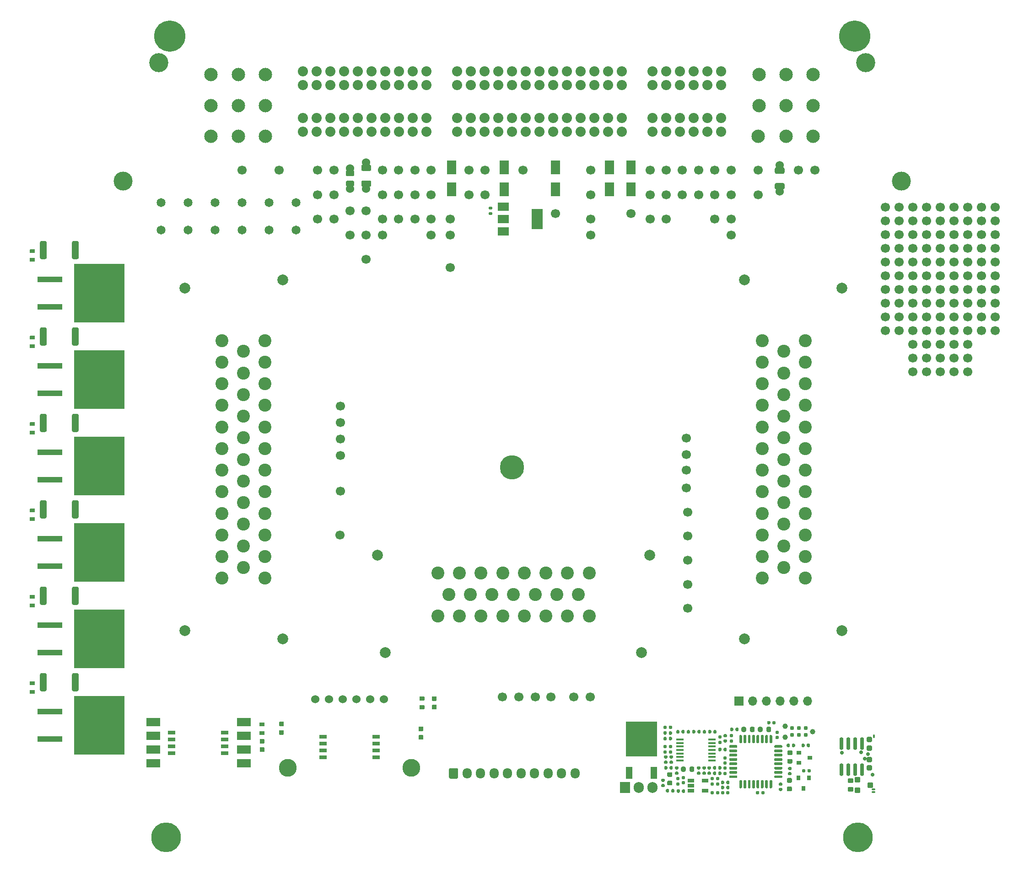
<source format=gts>
G75*
G70*
%OFA0B0*%
%FSLAX25Y25*%
%IPPOS*%
%LPD*%
%AMOC8*
5,1,8,0,0,1.08239X$1,22.5*
%
%AMM10*
21,1,0.040950,0.030320,-0.000000,0.000000,270.000000*
21,1,0.028350,0.042910,-0.000000,0.000000,270.000000*
1,1,0.012600,-0.015160,-0.014170*
1,1,0.012600,-0.015160,0.014170*
1,1,0.012600,0.015160,0.014170*
1,1,0.012600,0.015160,-0.014170*
%
%AMM11*
21,1,0.038980,0.026770,-0.000000,0.000000,90.000000*
21,1,0.026770,0.038980,-0.000000,0.000000,90.000000*
1,1,0.012210,0.013390,0.013390*
1,1,0.012210,0.013390,-0.013390*
1,1,0.012210,-0.013390,-0.013390*
1,1,0.012210,-0.013390,0.013390*
%
%AMM12*
21,1,0.033070,0.030710,-0.000000,0.000000,270.000000*
21,1,0.022050,0.041730,-0.000000,0.000000,270.000000*
1,1,0.011020,-0.015350,-0.011020*
1,1,0.011020,-0.015350,0.011020*
1,1,0.011020,0.015350,0.011020*
1,1,0.011020,0.015350,-0.011020*
%
%ADD103C,0.03900*%
%ADD108M10*%
%ADD109M11*%
%ADD11O,0.06693X0.07677*%
%ADD110O,0.02913X0.09213*%
%ADD111M12*%
%ADD12C,0.03100*%
%ADD15C,0.06693*%
%ADD16C,0.07874*%
%ADD18R,0.06693X0.06693*%
%ADD24R,0.07087X0.09843*%
%ADD30R,0.07874X0.14961*%
%ADD31C,0.02913*%
%ADD34R,0.03543X0.03150*%
%ADD35R,0.37008X0.42520*%
%ADD36O,0.01969X0.00984*%
%ADD37R,0.07500X0.07874*%
%ADD40R,0.04724X0.08661*%
%ADD41R,0.05709X0.01772*%
%ADD44C,0.02362*%
%ADD45C,0.06496*%
%ADD49C,0.13780*%
%ADD50C,0.09744*%
%ADD53O,0.06693X0.06693*%
%ADD56R,0.18110X0.04331*%
%ADD59C,0.21654*%
%ADD61R,0.04803X0.02559*%
%ADD64O,0.07500X0.07874*%
%ADD65R,0.05315X0.02717*%
%ADD66R,0.07874X0.05906*%
%ADD68C,0.13000*%
%ADD69O,0.00984X0.01969*%
%ADD70C,0.13878*%
%ADD71R,0.10000X0.05984*%
%ADD77R,0.22835X0.25197*%
%ADD78O,0.01535X0.02520*%
%ADD79C,0.09449*%
%ADD80C,0.06000*%
%ADD92C,0.22736*%
%ADD93O,0.02520X0.01535*%
%ADD95R,0.03150X0.03543*%
%ADD97C,0.17717*%
%ADD98C,0.07382*%
X0000000Y0000000D02*
%LPD*%
G01*
D24*
X0429134Y0498031D03*
X0429134Y0513780D03*
D56*
X0021358Y0369154D03*
D35*
X0057382Y0359154D03*
D56*
X0021358Y0349154D03*
D15*
X0494094Y0511811D03*
X0485118Y0316630D03*
D56*
X0021358Y0117185D03*
D35*
X0057382Y0107185D03*
D56*
X0021358Y0097185D03*
D15*
X0275591Y0494094D03*
G36*
G01*
X0014272Y0448031D02*
X0014272Y0459252D01*
G75*
G02*
X0015256Y0460236I0000984J0000000D01*
G01*
X0018110Y0460236D01*
G75*
G02*
X0019094Y0459252I0000000J-000984D01*
G01*
X0019094Y0448031D01*
G75*
G02*
X0018110Y0447047I-000984J0000000D01*
G01*
X0015256Y0447047D01*
G75*
G02*
X0014272Y0448031I0000000J0000984D01*
G01*
G37*
G36*
G01*
X0037598Y0448031D02*
X0037598Y0459252D01*
G75*
G02*
X0038583Y0460236I0000984J0000000D01*
G01*
X0041437Y0460236D01*
G75*
G02*
X0042421Y0459252I0000000J-000984D01*
G01*
X0042421Y0448031D01*
G75*
G02*
X0041437Y0447047I-000984J0000000D01*
G01*
X0038583Y0447047D01*
G75*
G02*
X0037598Y0448031I0000000J0000984D01*
G01*
G37*
X0690118Y0395000D03*
X0690118Y0405000D03*
X0690118Y0415000D03*
X0690118Y0425000D03*
X0690118Y0435000D03*
X0700118Y0395000D03*
X0700118Y0405000D03*
X0700118Y0415000D03*
X0700118Y0425000D03*
X0700118Y0435000D03*
X0710118Y0395000D03*
X0710118Y0405000D03*
X0710118Y0415000D03*
X0710118Y0425000D03*
X0710118Y0435000D03*
X0275591Y0476378D03*
G36*
G01*
X0343248Y0479213D02*
X0341791Y0479213D01*
G75*
G02*
X0341260Y0479744I0000000J0000531D01*
G01*
X0341260Y0480807D01*
G75*
G02*
X0341791Y0481339I0000531J0000000D01*
G01*
X0343248Y0481339D01*
G75*
G02*
X0343780Y0480807I0000000J-000531D01*
G01*
X0343780Y0479744D01*
G75*
G02*
X0343248Y0479213I-000531J0000000D01*
G01*
G37*
G36*
G01*
X0343248Y0483228D02*
X0341791Y0483228D01*
G75*
G02*
X0341260Y0483760I0000000J0000531D01*
G01*
X0341260Y0484823D01*
G75*
G02*
X0341791Y0485354I0000531J0000000D01*
G01*
X0343248Y0485354D01*
G75*
G02*
X0343780Y0484823I0000000J-000531D01*
G01*
X0343780Y0483760D01*
G75*
G02*
X0343248Y0483228I-000531J0000000D01*
G01*
G37*
X0375118Y0128000D03*
X0338583Y0511811D03*
G36*
G01*
X0010197Y0382185D02*
X0007126Y0382185D01*
G75*
G02*
X0006850Y0382461I0000000J0000276D01*
G01*
X0006850Y0384665D01*
G75*
G02*
X0007126Y0384941I0000276J0000000D01*
G01*
X0010197Y0384941D01*
G75*
G02*
X0010472Y0384665I0000000J-000276D01*
G01*
X0010472Y0382461D01*
G75*
G02*
X0010197Y0382185I-000276J0000000D01*
G01*
G37*
G36*
G01*
X0010197Y0388484D02*
X0007126Y0388484D01*
G75*
G02*
X0006850Y0388760I0000000J0000276D01*
G01*
X0006850Y0390965D01*
G75*
G02*
X0007126Y0391240I0000276J0000000D01*
G01*
X0010197Y0391240D01*
G75*
G02*
X0010472Y0390965I0000000J-000276D01*
G01*
X0010472Y0388760D01*
G75*
G02*
X0010197Y0388484I-000276J0000000D01*
G01*
G37*
X0232677Y0246063D03*
X0228346Y0511811D03*
X0233118Y0278000D03*
X0690118Y0445000D03*
X0690118Y0455000D03*
X0690118Y0465000D03*
X0690118Y0475000D03*
X0690118Y0485000D03*
X0700118Y0445000D03*
X0700118Y0455000D03*
X0700118Y0465000D03*
X0700118Y0475000D03*
X0700118Y0485000D03*
X0710118Y0445000D03*
X0710118Y0455000D03*
X0710118Y0465000D03*
X0710118Y0475000D03*
X0710118Y0485000D03*
D59*
X0106299Y0025591D03*
D18*
X0523425Y0125000D03*
D53*
X0533425Y0125000D03*
X0543425Y0125000D03*
X0553425Y0125000D03*
X0563425Y0125000D03*
X0573425Y0125000D03*
D45*
X0181102Y0488346D03*
X0181102Y0468346D03*
D15*
X0287402Y0511811D03*
G36*
G01*
X0302913Y0118839D02*
X0300236Y0118839D01*
G75*
G02*
X0299902Y0119173I0000000J0000335D01*
G01*
X0299902Y0121850D01*
G75*
G02*
X0300236Y0122185I0000335J0000000D01*
G01*
X0302913Y0122185D01*
G75*
G02*
X0303248Y0121850I0000000J-000335D01*
G01*
X0303248Y0119173D01*
G75*
G02*
X0302913Y0118839I-000335J0000000D01*
G01*
G37*
G36*
G01*
X0302913Y0125059D02*
X0300236Y0125059D01*
G75*
G02*
X0299902Y0125394I0000000J0000335D01*
G01*
X0299902Y0128071D01*
G75*
G02*
X0300236Y0128406I0000335J0000000D01*
G01*
X0302913Y0128406D01*
G75*
G02*
X0303248Y0128071I0000000J-000335D01*
G01*
X0303248Y0125394D01*
G75*
G02*
X0302913Y0125059I-000335J0000000D01*
G01*
G37*
X0233118Y0328000D03*
D24*
X0389764Y0498031D03*
X0389764Y0513780D03*
D15*
X0233118Y0340000D03*
X0403118Y0128000D03*
X0263780Y0494094D03*
X0486220Y0262598D03*
G36*
G01*
X0014272Y0259055D02*
X0014272Y0270276D01*
G75*
G02*
X0015256Y0271260I0000984J0000000D01*
G01*
X0018110Y0271260D01*
G75*
G02*
X0019094Y0270276I0000000J-000984D01*
G01*
X0019094Y0259055D01*
G75*
G02*
X0018110Y0258071I-000984J0000000D01*
G01*
X0015256Y0258071D01*
G75*
G02*
X0014272Y0259055I0000000J0000984D01*
G01*
G37*
G36*
G01*
X0037598Y0259055D02*
X0037598Y0270276D01*
G75*
G02*
X0038583Y0271260I0000984J0000000D01*
G01*
X0041437Y0271260D01*
G75*
G02*
X0042421Y0270276I0000000J-000984D01*
G01*
X0042421Y0259055D01*
G75*
G02*
X0041437Y0258071I-000984J0000000D01*
G01*
X0038583Y0258071D01*
G75*
G02*
X0037598Y0259055I0000000J0000984D01*
G01*
G37*
X0415354Y0464567D03*
X0228346Y0476378D03*
G36*
G01*
X0174457Y0109307D02*
X0177528Y0109307D01*
G75*
G02*
X0177803Y0109032I0000000J-000276D01*
G01*
X0177803Y0106827D01*
G75*
G02*
X0177528Y0106551I-000276J0000000D01*
G01*
X0174457Y0106551D01*
G75*
G02*
X0174181Y0106827I0000000J0000276D01*
G01*
X0174181Y0109032D01*
G75*
G02*
X0174457Y0109307I0000276J0000000D01*
G01*
G37*
G36*
G01*
X0174457Y0103008D02*
X0177528Y0103008D01*
G75*
G02*
X0177803Y0102732I0000000J-000276D01*
G01*
X0177803Y0100528D01*
G75*
G02*
X0177528Y0100252I-000276J0000000D01*
G01*
X0174457Y0100252D01*
G75*
G02*
X0174181Y0100528I0000000J0000276D01*
G01*
X0174181Y0102732D01*
G75*
G02*
X0174457Y0103008I0000276J0000000D01*
G01*
G37*
X0312992Y0440945D03*
X0415354Y0494094D03*
X0161417Y0511811D03*
X0458661Y0511811D03*
D50*
X0577559Y0581496D03*
X0557874Y0581496D03*
X0538189Y0581496D03*
X0577559Y0559055D03*
X0557874Y0559055D03*
X0538189Y0559055D03*
X0577559Y0536614D03*
X0557874Y0536614D03*
X0537559Y0536614D03*
D98*
X0510630Y0583858D03*
X0500630Y0583858D03*
X0490630Y0583858D03*
X0480630Y0583858D03*
X0470630Y0583858D03*
X0460630Y0583858D03*
X0510630Y0573858D03*
X0500630Y0573858D03*
X0490630Y0573858D03*
X0480630Y0573858D03*
X0470630Y0573858D03*
X0460630Y0573858D03*
X0510630Y0550039D03*
X0500630Y0550039D03*
X0490630Y0550039D03*
X0480630Y0550039D03*
X0470630Y0550039D03*
X0460630Y0550039D03*
X0510630Y0540039D03*
X0500630Y0540039D03*
X0490630Y0540039D03*
X0480630Y0540039D03*
X0470630Y0540039D03*
X0460630Y0540039D03*
X0438189Y0583858D03*
X0428189Y0583858D03*
X0418189Y0583858D03*
X0408189Y0583858D03*
X0398189Y0583858D03*
X0388189Y0583858D03*
X0378189Y0583858D03*
X0368189Y0583858D03*
X0358189Y0583858D03*
X0348189Y0583858D03*
X0338189Y0583858D03*
X0328189Y0583858D03*
X0318189Y0583858D03*
X0438189Y0573858D03*
X0428189Y0573858D03*
X0418189Y0573858D03*
X0408189Y0573858D03*
X0398189Y0573858D03*
X0388189Y0573858D03*
X0378189Y0573858D03*
X0368189Y0573858D03*
X0358189Y0573858D03*
X0348189Y0573858D03*
X0338189Y0573858D03*
X0328189Y0573858D03*
X0318189Y0573858D03*
X0438189Y0550039D03*
X0428189Y0550039D03*
X0418189Y0550039D03*
X0408189Y0550039D03*
X0398189Y0550039D03*
X0388189Y0550039D03*
X0378189Y0550039D03*
X0368189Y0550039D03*
X0358189Y0550039D03*
X0348189Y0550039D03*
X0338189Y0550039D03*
X0328189Y0550039D03*
X0318189Y0550039D03*
X0438189Y0540039D03*
X0428189Y0540039D03*
X0418189Y0540039D03*
X0408189Y0540039D03*
X0398189Y0540039D03*
X0388189Y0540039D03*
X0378189Y0540039D03*
X0368189Y0540039D03*
X0358189Y0540039D03*
X0348189Y0540039D03*
X0338189Y0540039D03*
X0328189Y0540039D03*
X0318189Y0540039D03*
X0295669Y0583858D03*
X0285669Y0583858D03*
X0275669Y0583858D03*
X0265669Y0583858D03*
X0255669Y0583858D03*
X0245669Y0583858D03*
X0235669Y0583858D03*
X0225669Y0583858D03*
X0215669Y0583858D03*
X0205669Y0583858D03*
X0295669Y0573858D03*
X0285669Y0573858D03*
X0275669Y0573858D03*
X0265669Y0573858D03*
X0255669Y0573858D03*
X0245669Y0573858D03*
X0235669Y0573858D03*
X0225669Y0573858D03*
X0215669Y0573858D03*
X0205669Y0573858D03*
X0295669Y0550039D03*
X0285669Y0550039D03*
X0275669Y0550039D03*
X0265669Y0550039D03*
X0255669Y0550039D03*
X0245669Y0550039D03*
X0235669Y0550039D03*
X0225669Y0550039D03*
X0215669Y0550039D03*
X0205669Y0550039D03*
X0295669Y0540039D03*
X0285669Y0540039D03*
X0275669Y0540039D03*
X0265669Y0540039D03*
X0255669Y0540039D03*
X0245669Y0540039D03*
X0235669Y0540039D03*
X0225669Y0540039D03*
X0215669Y0540039D03*
X0205669Y0540039D03*
D50*
X0178346Y0581496D03*
X0158661Y0581496D03*
X0138976Y0581496D03*
X0178346Y0559055D03*
X0158661Y0559055D03*
X0138976Y0559055D03*
X0178346Y0536614D03*
X0158661Y0536614D03*
X0138976Y0536614D03*
D70*
X0615748Y0590157D03*
X0100787Y0590157D03*
D92*
X0607677Y0609449D03*
X0108858Y0609449D03*
D15*
X0566929Y0511811D03*
X0630118Y0395000D03*
X0630118Y0405000D03*
X0630118Y0415000D03*
X0630118Y0425000D03*
X0630118Y0435000D03*
X0640118Y0395000D03*
X0640118Y0405000D03*
X0640118Y0415000D03*
X0640118Y0425000D03*
X0640118Y0435000D03*
X0650118Y0395000D03*
X0650118Y0405000D03*
X0650118Y0415000D03*
X0650118Y0425000D03*
X0650118Y0435000D03*
X0505906Y0511811D03*
D97*
X0358268Y0295276D03*
D15*
X0415118Y0128000D03*
X0312992Y0464567D03*
D68*
X0194764Y0076417D03*
X0284764Y0076417D03*
D65*
X0220472Y0098819D03*
X0220472Y0093819D03*
X0220472Y0088819D03*
X0220472Y0083819D03*
X0259222Y0083819D03*
X0259222Y0098819D03*
D80*
X0264764Y0126417D03*
X0254764Y0126417D03*
D65*
X0259222Y0093819D03*
D80*
X0244764Y0126417D03*
D65*
X0259222Y0088819D03*
D80*
X0234764Y0126417D03*
X0224764Y0126417D03*
X0214764Y0126417D03*
D15*
X0505906Y0476378D03*
D45*
X0122047Y0488346D03*
X0122047Y0468346D03*
D66*
X0351772Y0485433D03*
X0351772Y0476378D03*
X0351772Y0467323D03*
D30*
X0376575Y0476378D03*
G36*
G01*
X0010197Y0130217D02*
X0007126Y0130217D01*
G75*
G02*
X0006850Y0130492I0000000J0000276D01*
G01*
X0006850Y0132697D01*
G75*
G02*
X0007126Y0132972I0000276J0000000D01*
G01*
X0010197Y0132972D01*
G75*
G02*
X0010472Y0132697I0000000J-000276D01*
G01*
X0010472Y0130492D01*
G75*
G02*
X0010197Y0130217I-000276J0000000D01*
G01*
G37*
G36*
G01*
X0010197Y0136516D02*
X0007126Y0136516D01*
G75*
G02*
X0006850Y0136791I0000000J0000276D01*
G01*
X0006850Y0138996D01*
G75*
G02*
X0007126Y0139272I0000276J0000000D01*
G01*
X0010197Y0139272D01*
G75*
G02*
X0010472Y0138996I0000000J-000276D01*
G01*
X0010472Y0136791D01*
G75*
G02*
X0010197Y0136516I-000276J0000000D01*
G01*
G37*
D15*
X0517717Y0494094D03*
X0660118Y0395000D03*
X0660118Y0405000D03*
X0660118Y0415000D03*
X0660118Y0425000D03*
X0660118Y0435000D03*
X0670118Y0395000D03*
X0670118Y0405000D03*
X0670118Y0415000D03*
X0670118Y0425000D03*
X0670118Y0435000D03*
X0680118Y0395000D03*
X0680118Y0405000D03*
X0680118Y0415000D03*
X0680118Y0425000D03*
X0680118Y0435000D03*
X0415354Y0476378D03*
X0351118Y0128000D03*
D24*
X0444882Y0498031D03*
X0444882Y0513780D03*
D15*
X0470472Y0494094D03*
X0458661Y0476378D03*
X0263780Y0511811D03*
X0299213Y0476378D03*
G36*
G01*
X0237697Y0511614D02*
X0242618Y0511614D01*
G75*
G02*
X0243012Y0511220I0000000J-000394D01*
G01*
X0243012Y0508071D01*
G75*
G02*
X0242618Y0507677I-000394J0000000D01*
G01*
X0237697Y0507677D01*
G75*
G02*
X0237303Y0508071I0000000J0000394D01*
G01*
X0237303Y0511220D01*
G75*
G02*
X0237697Y0511614I0000394J0000000D01*
G01*
G37*
D80*
X0240157Y0513406D03*
X0240157Y0498406D03*
G36*
G01*
X0237697Y0504134D02*
X0242618Y0504134D01*
G75*
G02*
X0243012Y0503740I0000000J-000394D01*
G01*
X0243012Y0500590D01*
G75*
G02*
X0242618Y0500197I-000394J0000000D01*
G01*
X0237697Y0500197D01*
G75*
G02*
X0237303Y0500590I0000000J0000394D01*
G01*
X0237303Y0503740D01*
G75*
G02*
X0237697Y0504134I0000394J0000000D01*
G01*
G37*
G36*
G01*
X0174654Y0097358D02*
X0177331Y0097358D01*
G75*
G02*
X0177665Y0097024I0000000J-000335D01*
G01*
X0177665Y0094346D01*
G75*
G02*
X0177331Y0094012I-000335J0000000D01*
G01*
X0174654Y0094012D01*
G75*
G02*
X0174319Y0094346I0000000J0000335D01*
G01*
X0174319Y0097024D01*
G75*
G02*
X0174654Y0097358I0000335J0000000D01*
G01*
G37*
G36*
G01*
X0174654Y0091138D02*
X0177331Y0091138D01*
G75*
G02*
X0177665Y0090803I0000000J-000335D01*
G01*
X0177665Y0088126D01*
G75*
G02*
X0177331Y0087791I-000335J0000000D01*
G01*
X0174654Y0087791D01*
G75*
G02*
X0174319Y0088126I0000000J0000335D01*
G01*
X0174319Y0090803D01*
G75*
G02*
X0174654Y0091138I0000335J0000000D01*
G01*
G37*
D15*
X0263780Y0464567D03*
D56*
X0021358Y0432146D03*
D35*
X0057382Y0422146D03*
D56*
X0021358Y0412146D03*
D69*
X0621706Y0099360D03*
D36*
X0621509Y0058612D03*
X0621509Y0060581D03*
D44*
X0617375Y0086368D03*
X0615308Y0082923D03*
X0612356Y0087549D03*
X0598379Y0087254D03*
D15*
X0389764Y0480315D03*
X0537402Y0511811D03*
X0537402Y0494094D03*
D80*
X0553150Y0515551D03*
G36*
G01*
X0549606Y0510256D02*
X0549606Y0512972D01*
G75*
G02*
X0550512Y0513878I0000906J0000000D01*
G01*
X0555787Y0513878D01*
G75*
G02*
X0556693Y0512972I0000000J-000906D01*
G01*
X0556693Y0510256D01*
G75*
G02*
X0555787Y0509350I-000906J0000000D01*
G01*
X0550512Y0509350D01*
G75*
G02*
X0549606Y0510256I0000000J0000906D01*
G01*
G37*
G36*
G01*
X0549606Y0498839D02*
X0549606Y0501555D01*
G75*
G02*
X0550512Y0502461I0000906J0000000D01*
G01*
X0555787Y0502461D01*
G75*
G02*
X0556693Y0501555I0000000J-000906D01*
G01*
X0556693Y0498839D01*
G75*
G02*
X0555787Y0497933I-000906J0000000D01*
G01*
X0550512Y0497933D01*
G75*
G02*
X0549606Y0498839I0000000J0000906D01*
G01*
G37*
X0553150Y0496260D03*
D24*
X0314173Y0498031D03*
X0314173Y0513780D03*
D15*
X0216535Y0494094D03*
X0486220Y0245276D03*
X0216535Y0511811D03*
X0228346Y0494094D03*
D49*
X0641732Y0503937D03*
D15*
X0240157Y0482283D03*
X0486220Y0192520D03*
X0470472Y0476378D03*
G36*
G01*
X0191504Y0100390D02*
X0188827Y0100390D01*
G75*
G02*
X0188492Y0100724I0000000J0000335D01*
G01*
X0188492Y0103402D01*
G75*
G02*
X0188827Y0103736I0000335J0000000D01*
G01*
X0191504Y0103736D01*
G75*
G02*
X0191839Y0103402I0000000J-000335D01*
G01*
X0191839Y0100724D01*
G75*
G02*
X0191504Y0100390I-000335J0000000D01*
G01*
G37*
G36*
G01*
X0191504Y0106610D02*
X0188827Y0106610D01*
G75*
G02*
X0188492Y0106945I0000000J0000335D01*
G01*
X0188492Y0109622D01*
G75*
G02*
X0188827Y0109957I0000335J0000000D01*
G01*
X0191504Y0109957D01*
G75*
G02*
X0191839Y0109622I0000000J-000335D01*
G01*
X0191839Y0106945D01*
G75*
G02*
X0191504Y0106610I-000335J0000000D01*
G01*
G37*
G36*
G01*
X0014272Y0196063D02*
X0014272Y0207283D01*
G75*
G02*
X0015256Y0208268I0000984J0000000D01*
G01*
X0018110Y0208268D01*
G75*
G02*
X0019094Y0207283I0000000J-000984D01*
G01*
X0019094Y0196063D01*
G75*
G02*
X0018110Y0195079I-000984J0000000D01*
G01*
X0015256Y0195079D01*
G75*
G02*
X0014272Y0196063I0000000J0000984D01*
G01*
G37*
G36*
G01*
X0037598Y0196063D02*
X0037598Y0207283D01*
G75*
G02*
X0038583Y0208268I0000984J0000000D01*
G01*
X0041437Y0208268D01*
G75*
G02*
X0042421Y0207283I0000000J-000984D01*
G01*
X0042421Y0196063D01*
G75*
G02*
X0041437Y0195079I-000984J0000000D01*
G01*
X0038583Y0195079D01*
G75*
G02*
X0037598Y0196063I0000000J0000984D01*
G01*
G37*
X0485039Y0280315D03*
G36*
G01*
X0014272Y0133071D02*
X0014272Y0144291D01*
G75*
G02*
X0015256Y0145276I0000984J0000000D01*
G01*
X0018110Y0145276D01*
G75*
G02*
X0019094Y0144291I0000000J-000984D01*
G01*
X0019094Y0133071D01*
G75*
G02*
X0018110Y0132087I-000984J0000000D01*
G01*
X0015256Y0132087D01*
G75*
G02*
X0014272Y0133071I0000000J0000984D01*
G01*
G37*
G36*
G01*
X0037598Y0133071D02*
X0037598Y0144291D01*
G75*
G02*
X0038583Y0145276I0000984J0000000D01*
G01*
X0041437Y0145276D01*
G75*
G02*
X0042421Y0144291I0000000J-000984D01*
G01*
X0042421Y0133071D01*
G75*
G02*
X0041437Y0132087I-000984J0000000D01*
G01*
X0038583Y0132087D01*
G75*
G02*
X0037598Y0133071I0000000J0000984D01*
G01*
G37*
X0216535Y0476378D03*
X0299213Y0511811D03*
D56*
X0021358Y0306161D03*
D35*
X0057382Y0296161D03*
D56*
X0021358Y0286161D03*
D45*
X0161417Y0488346D03*
X0161417Y0468346D03*
D15*
X0494094Y0494094D03*
X0660118Y0445000D03*
X0660118Y0455000D03*
X0660118Y0465000D03*
X0660118Y0475000D03*
X0660118Y0485000D03*
X0670118Y0445000D03*
X0670118Y0455000D03*
X0670118Y0465000D03*
X0670118Y0475000D03*
X0670118Y0485000D03*
X0680118Y0445000D03*
X0680118Y0455000D03*
X0680118Y0465000D03*
X0680118Y0475000D03*
X0680118Y0485000D03*
X0299213Y0494094D03*
X0188583Y0511811D03*
G36*
G01*
X0010197Y0445177D02*
X0007126Y0445177D01*
G75*
G02*
X0006850Y0445453I0000000J0000276D01*
G01*
X0006850Y0447657D01*
G75*
G02*
X0007126Y0447933I0000276J0000000D01*
G01*
X0010197Y0447933D01*
G75*
G02*
X0010472Y0447657I0000000J-000276D01*
G01*
X0010472Y0445453D01*
G75*
G02*
X0010197Y0445177I-000276J0000000D01*
G01*
G37*
G36*
G01*
X0010197Y0451476D02*
X0007126Y0451476D01*
G75*
G02*
X0006850Y0451752I0000000J0000276D01*
G01*
X0006850Y0453957D01*
G75*
G02*
X0007126Y0454232I0000276J0000000D01*
G01*
X0010197Y0454232D01*
G75*
G02*
X0010472Y0453957I0000000J-000276D01*
G01*
X0010472Y0451752D01*
G75*
G02*
X0010197Y0451476I-000276J0000000D01*
G01*
G37*
D49*
X0074803Y0503937D03*
D56*
X0021358Y0243169D03*
D35*
X0057382Y0233169D03*
D56*
X0021358Y0223169D03*
D15*
X0517717Y0511811D03*
X0485039Y0293307D03*
X0458661Y0494094D03*
X0486220Y0227559D03*
X0386614Y0127953D03*
X0517717Y0464567D03*
X0233118Y0316000D03*
X0326772Y0511811D03*
G36*
G01*
X0014272Y0385039D02*
X0014272Y0396260D01*
G75*
G02*
X0015256Y0397244I0000984J0000000D01*
G01*
X0018110Y0397244D01*
G75*
G02*
X0019094Y0396260I0000000J-000984D01*
G01*
X0019094Y0385039D01*
G75*
G02*
X0018110Y0384055I-000984J0000000D01*
G01*
X0015256Y0384055D01*
G75*
G02*
X0014272Y0385039I0000000J0000984D01*
G01*
G37*
G36*
G01*
X0037598Y0385039D02*
X0037598Y0396260D01*
G75*
G02*
X0038583Y0397244I0000984J0000000D01*
G01*
X0041437Y0397244D01*
G75*
G02*
X0042421Y0396260I0000000J-000984D01*
G01*
X0042421Y0385039D01*
G75*
G02*
X0041437Y0384055I-000984J0000000D01*
G01*
X0038583Y0384055D01*
G75*
G02*
X0037598Y0385039I0000000J0000984D01*
G01*
G37*
X0287402Y0476378D03*
X0326772Y0494094D03*
D80*
X0251969Y0517520D03*
G36*
G01*
X0248425Y0512224D02*
X0248425Y0514941D01*
G75*
G02*
X0249331Y0515846I0000906J0000000D01*
G01*
X0254606Y0515846D01*
G75*
G02*
X0255512Y0514941I0000000J-000906D01*
G01*
X0255512Y0512224D01*
G75*
G02*
X0254606Y0511319I-000906J0000000D01*
G01*
X0249331Y0511319D01*
G75*
G02*
X0248425Y0512224I0000000J0000906D01*
G01*
G37*
G36*
G01*
X0248425Y0500807D02*
X0248425Y0503524D01*
G75*
G02*
X0249331Y0504429I0000906J0000000D01*
G01*
X0254606Y0504429D01*
G75*
G02*
X0255512Y0503524I0000000J-000906D01*
G01*
X0255512Y0500807D01*
G75*
G02*
X0254606Y0499902I-000906J0000000D01*
G01*
X0249331Y0499902D01*
G75*
G02*
X0248425Y0500807I0000000J0000906D01*
G01*
G37*
X0251969Y0498228D03*
D15*
X0690118Y0365000D03*
X0680118Y0365000D03*
X0670118Y0365000D03*
X0660118Y0365000D03*
X0650118Y0365000D03*
X0690118Y0375000D03*
X0680118Y0375000D03*
X0670118Y0375000D03*
X0660118Y0375000D03*
X0650118Y0375000D03*
X0690118Y0385000D03*
X0680118Y0385000D03*
X0670118Y0385000D03*
X0660118Y0385000D03*
X0650118Y0385000D03*
X0299213Y0464567D03*
X0251969Y0446850D03*
X0486220Y0209843D03*
D56*
X0021358Y0180177D03*
D35*
X0057382Y0170177D03*
D56*
X0021358Y0160177D03*
D15*
X0240157Y0464567D03*
G36*
G01*
X0290394Y0106358D02*
X0293071Y0106358D01*
G75*
G02*
X0293406Y0106024I0000000J-000335D01*
G01*
X0293406Y0103346D01*
G75*
G02*
X0293071Y0103012I-000335J0000000D01*
G01*
X0290394Y0103012D01*
G75*
G02*
X0290059Y0103346I0000000J0000335D01*
G01*
X0290059Y0106024D01*
G75*
G02*
X0290394Y0106358I0000335J0000000D01*
G01*
G37*
G36*
G01*
X0290394Y0100138D02*
X0293071Y0100138D01*
G75*
G02*
X0293406Y0099803I0000000J-000335D01*
G01*
X0293406Y0097126D01*
G75*
G02*
X0293071Y0096791I-000335J0000000D01*
G01*
X0290394Y0096791D01*
G75*
G02*
X0290059Y0097126I0000000J0000335D01*
G01*
X0290059Y0099803D01*
G75*
G02*
X0290394Y0100138I0000335J0000000D01*
G01*
G37*
D45*
X0141732Y0488346D03*
X0141732Y0468346D03*
X0200787Y0488346D03*
X0200787Y0468346D03*
D15*
X0287402Y0494094D03*
X0444882Y0480315D03*
X0275591Y0511811D03*
D65*
X0148921Y0086988D03*
D71*
X0162921Y0079508D03*
X0162921Y0089508D03*
D65*
X0148921Y0091988D03*
D71*
X0162921Y0099508D03*
D65*
X0148921Y0096988D03*
D71*
X0162921Y0109508D03*
D65*
X0148921Y0101988D03*
X0110171Y0101988D03*
D71*
X0096921Y0109508D03*
X0096921Y0099508D03*
D65*
X0110171Y0096988D03*
D71*
X0096921Y0089508D03*
D65*
X0110171Y0091988D03*
X0110171Y0086988D03*
D71*
X0096921Y0079508D03*
D15*
X0415354Y0511811D03*
G36*
G01*
X0290984Y0128150D02*
X0294055Y0128150D01*
G75*
G02*
X0294331Y0127874I0000000J-000276D01*
G01*
X0294331Y0125669D01*
G75*
G02*
X0294055Y0125394I-000276J0000000D01*
G01*
X0290984Y0125394D01*
G75*
G02*
X0290709Y0125669I0000000J0000276D01*
G01*
X0290709Y0127874D01*
G75*
G02*
X0290984Y0128150I0000276J0000000D01*
G01*
G37*
G36*
G01*
X0290984Y0121850D02*
X0294055Y0121850D01*
G75*
G02*
X0294331Y0121575I0000000J-000276D01*
G01*
X0294331Y0119370D01*
G75*
G02*
X0294055Y0119094I-000276J0000000D01*
G01*
X0290984Y0119094D01*
G75*
G02*
X0290709Y0119370I0000000J0000276D01*
G01*
X0290709Y0121575D01*
G75*
G02*
X0290984Y0121850I0000276J0000000D01*
G01*
G37*
X0233071Y0303937D03*
G36*
G01*
X0010197Y0256201D02*
X0007126Y0256201D01*
G75*
G02*
X0006850Y0256476I0000000J0000276D01*
G01*
X0006850Y0258681D01*
G75*
G02*
X0007126Y0258957I0000276J0000000D01*
G01*
X0010197Y0258957D01*
G75*
G02*
X0010472Y0258681I0000000J-000276D01*
G01*
X0010472Y0256476D01*
G75*
G02*
X0010197Y0256201I-000276J0000000D01*
G01*
G37*
G36*
G01*
X0010197Y0262500D02*
X0007126Y0262500D01*
G75*
G02*
X0006850Y0262776I0000000J0000276D01*
G01*
X0006850Y0264980D01*
G75*
G02*
X0007126Y0265256I0000276J0000000D01*
G01*
X0010197Y0265256D01*
G75*
G02*
X0010472Y0264980I0000000J-000276D01*
G01*
X0010472Y0262776D01*
G75*
G02*
X0010197Y0262500I-000276J0000000D01*
G01*
G37*
X0630118Y0445000D03*
X0630118Y0455000D03*
X0630118Y0465000D03*
X0630118Y0475000D03*
X0630118Y0485000D03*
X0640118Y0445000D03*
X0640118Y0455000D03*
X0640118Y0465000D03*
X0640118Y0475000D03*
X0640118Y0485000D03*
X0650118Y0445000D03*
X0650118Y0455000D03*
X0650118Y0465000D03*
X0650118Y0475000D03*
X0650118Y0485000D03*
X0338583Y0494094D03*
X0578740Y0511811D03*
G36*
G01*
X0010197Y0193209D02*
X0007126Y0193209D01*
G75*
G02*
X0006850Y0193484I0000000J0000276D01*
G01*
X0006850Y0195689D01*
G75*
G02*
X0007126Y0195965I0000276J0000000D01*
G01*
X0010197Y0195965D01*
G75*
G02*
X0010472Y0195689I0000000J-000276D01*
G01*
X0010472Y0193484D01*
G75*
G02*
X0010197Y0193209I-000276J0000000D01*
G01*
G37*
G36*
G01*
X0010197Y0199508D02*
X0007126Y0199508D01*
G75*
G02*
X0006850Y0199783I0000000J0000276D01*
G01*
X0006850Y0201988D01*
G75*
G02*
X0007126Y0202264I0000276J0000000D01*
G01*
X0010197Y0202264D01*
G75*
G02*
X0010472Y0201988I0000000J-000276D01*
G01*
X0010472Y0199783D01*
G75*
G02*
X0010197Y0199508I-000276J0000000D01*
G01*
G37*
D16*
X0458465Y0231398D03*
X0119882Y0425886D03*
X0598622Y0425886D03*
X0260039Y0231398D03*
X0527362Y0170374D03*
X0119882Y0176280D03*
X0191142Y0431791D03*
X0452559Y0160138D03*
X0598622Y0176280D03*
X0191142Y0170374D03*
X0265945Y0160138D03*
X0527362Y0431791D03*
D79*
X0571850Y0214469D03*
X0571850Y0230217D03*
X0571850Y0245965D03*
X0571850Y0261713D03*
X0571850Y0277461D03*
X0571850Y0293209D03*
X0571850Y0308957D03*
X0571850Y0324705D03*
X0571850Y0340453D03*
X0571850Y0356201D03*
X0571850Y0371949D03*
X0571850Y0387697D03*
X0556102Y0222343D03*
X0556102Y0238091D03*
X0556102Y0253839D03*
X0556102Y0269587D03*
X0556102Y0285335D03*
X0556102Y0301083D03*
X0556102Y0316831D03*
X0556102Y0332579D03*
X0556102Y0348327D03*
X0556102Y0364075D03*
X0556102Y0379823D03*
X0540354Y0214469D03*
X0540354Y0230217D03*
X0540354Y0245965D03*
X0540354Y0261713D03*
X0540354Y0277461D03*
X0540354Y0293209D03*
X0540354Y0308957D03*
X0540354Y0324705D03*
X0540354Y0340453D03*
X0540354Y0356201D03*
X0540354Y0371949D03*
X0540354Y0387697D03*
X0304134Y0186909D03*
X0319882Y0186909D03*
X0335630Y0186909D03*
X0351378Y0186909D03*
X0367126Y0186909D03*
X0382874Y0186909D03*
X0398622Y0186909D03*
X0414370Y0186909D03*
X0312008Y0202657D03*
X0327756Y0202657D03*
X0343504Y0202657D03*
X0359252Y0202657D03*
X0375000Y0202657D03*
X0390748Y0202657D03*
X0406496Y0202657D03*
X0304134Y0218406D03*
X0319882Y0218406D03*
X0335630Y0218406D03*
X0351378Y0218406D03*
X0367126Y0218406D03*
X0382874Y0218406D03*
X0398622Y0218406D03*
X0414370Y0218406D03*
X0146654Y0387697D03*
X0146654Y0371949D03*
X0146654Y0356201D03*
X0146654Y0340453D03*
X0146654Y0324705D03*
X0146654Y0308957D03*
X0146654Y0293209D03*
X0146654Y0277461D03*
X0146654Y0261713D03*
X0146654Y0245965D03*
X0146654Y0230217D03*
X0146654Y0214469D03*
X0162402Y0379823D03*
X0162402Y0364075D03*
X0162402Y0348327D03*
X0162402Y0332579D03*
X0162402Y0316831D03*
X0162402Y0301083D03*
X0162402Y0285335D03*
X0162402Y0269587D03*
X0162402Y0253839D03*
X0162402Y0238091D03*
X0162402Y0222343D03*
X0178150Y0387697D03*
X0178150Y0371949D03*
X0178150Y0356201D03*
X0178150Y0340453D03*
X0178150Y0324705D03*
X0178150Y0308957D03*
X0178150Y0293209D03*
X0178150Y0277461D03*
X0178150Y0261713D03*
X0178150Y0245965D03*
X0178150Y0230217D03*
X0178150Y0214469D03*
D15*
X0363118Y0128000D03*
G36*
G01*
X0312205Y0069390D02*
X0312205Y0075098D01*
G75*
G02*
X0313189Y0076083I0000984J0000000D01*
G01*
X0317913Y0076083D01*
G75*
G02*
X0318898Y0075098I0000000J-000984D01*
G01*
X0318898Y0069390D01*
G75*
G02*
X0317913Y0068406I-000984J0000000D01*
G01*
X0313189Y0068406D01*
G75*
G02*
X0312205Y0069390I0000000J0000984D01*
G01*
G37*
D11*
X0325394Y0072244D03*
X0335236Y0072244D03*
X0345079Y0072244D03*
X0354921Y0072244D03*
X0364764Y0072244D03*
X0374606Y0072244D03*
X0384449Y0072244D03*
X0394291Y0072244D03*
X0404134Y0072244D03*
D59*
X0610236Y0025591D03*
D45*
X0102362Y0488346D03*
X0102362Y0468346D03*
G36*
G01*
X0010197Y0319193D02*
X0007126Y0319193D01*
G75*
G02*
X0006850Y0319469I0000000J0000276D01*
G01*
X0006850Y0321673D01*
G75*
G02*
X0007126Y0321949I0000276J0000000D01*
G01*
X0010197Y0321949D01*
G75*
G02*
X0010472Y0321673I0000000J-000276D01*
G01*
X0010472Y0319469D01*
G75*
G02*
X0010197Y0319193I-000276J0000000D01*
G01*
G37*
G36*
G01*
X0010197Y0325492D02*
X0007126Y0325492D01*
G75*
G02*
X0006850Y0325768I0000000J0000276D01*
G01*
X0006850Y0327972D01*
G75*
G02*
X0007126Y0328248I0000276J0000000D01*
G01*
X0010197Y0328248D01*
G75*
G02*
X0010472Y0327972I0000000J-000276D01*
G01*
X0010472Y0325768D01*
G75*
G02*
X0010197Y0325492I-000276J0000000D01*
G01*
G37*
D15*
X0482283Y0494094D03*
X0482283Y0511811D03*
D24*
X0352362Y0498031D03*
X0352362Y0513780D03*
D15*
X0251969Y0482283D03*
X0485118Y0304630D03*
X0505906Y0494094D03*
X0312992Y0476378D03*
X0263780Y0476378D03*
G36*
G01*
X0014272Y0322047D02*
X0014272Y0333268D01*
G75*
G02*
X0015256Y0334252I0000984J0000000D01*
G01*
X0018110Y0334252D01*
G75*
G02*
X0019094Y0333268I0000000J-000984D01*
G01*
X0019094Y0322047D01*
G75*
G02*
X0018110Y0321063I-000984J0000000D01*
G01*
X0015256Y0321063D01*
G75*
G02*
X0014272Y0322047I0000000J0000984D01*
G01*
G37*
G36*
G01*
X0037598Y0322047D02*
X0037598Y0333268D01*
G75*
G02*
X0038583Y0334252I0000984J0000000D01*
G01*
X0041437Y0334252D01*
G75*
G02*
X0042421Y0333268I0000000J-000984D01*
G01*
X0042421Y0322047D01*
G75*
G02*
X0041437Y0321063I-000984J0000000D01*
G01*
X0038583Y0321063D01*
G75*
G02*
X0037598Y0322047I0000000J0000984D01*
G01*
G37*
X0251969Y0464567D03*
X0517717Y0476378D03*
X0470472Y0511811D03*
X0366142Y0511811D03*
X0622789Y0056053D02*
G01*
G75*
D78*
X0621706Y0099360D02*
D03*
D93*
X0621509Y0058612D02*
D03*
X0621509Y0060581D02*
D03*
D108*
X0609777Y0067470D02*
D03*
X0619029Y0063730D02*
D03*
D108*
X0609777Y0059990D02*
D03*
D110*
X0598163Y0075029D02*
D03*
X0603163Y0075029D02*
D03*
X0608163Y0075029D02*
D03*
X0613163Y0075029D02*
D03*
X0598163Y0093927D02*
D03*
X0603163Y0093927D02*
D03*
X0608163Y0093927D02*
D03*
X0613163Y0093927D02*
D03*
D109*
X0618458Y0090738D02*
D03*
X0618458Y0096958D02*
D03*
X0618458Y0082392D02*
D03*
X0618458Y0076171D02*
D03*
D111*
X0604876Y0060580D02*
D03*
X0604876Y0066880D02*
D03*
D31*
X0620919Y0071210D02*
D03*
X0598380Y0087254D02*
D03*
X0612356Y0087549D02*
D03*
X0617376Y0086368D02*
D03*
X0615309Y0082923D02*
D03*
X0581181Y0113484D02*
%LPD*%
G01*
D37*
X0440472Y0061909D03*
D64*
X0450472Y0061909D03*
X0460472Y0061909D03*
G36*
G01*
X0512588Y0077185D02*
X0513947Y0077185D01*
G75*
G02*
X0514527Y0076604I0000000J-000581D01*
G01*
X0514527Y0075443D01*
G75*
G02*
X0513947Y0074862I-000581J0000000D01*
G01*
X0512588Y0074862D01*
G75*
G02*
X0512008Y0075443I0000000J0000581D01*
G01*
X0512008Y0076604D01*
G75*
G02*
X0512588Y0077185I0000581J0000000D01*
G01*
G37*
G36*
G01*
X0512588Y0073366D02*
X0513947Y0073366D01*
G75*
G02*
X0514527Y0072785I0000000J-000581D01*
G01*
X0514527Y0071624D01*
G75*
G02*
X0513947Y0071043I-000581J0000000D01*
G01*
X0512588Y0071043D01*
G75*
G02*
X0512008Y0071624I0000000J0000581D01*
G01*
X0512008Y0072785D01*
G75*
G02*
X0512588Y0073366I0000581J0000000D01*
G01*
G37*
G36*
G01*
X0477766Y0101842D02*
X0477766Y0103201D01*
G75*
G02*
X0478346Y0103781I0000581J0000000D01*
G01*
X0479508Y0103781D01*
G75*
G02*
X0480088Y0103201I0000000J-000581D01*
G01*
X0480088Y0101842D01*
G75*
G02*
X0479508Y0101262I-000581J0000000D01*
G01*
X0478346Y0101262D01*
G75*
G02*
X0477766Y0101842I0000000J0000581D01*
G01*
G37*
G36*
G01*
X0481585Y0101842D02*
X0481585Y0103201D01*
G75*
G02*
X0482165Y0103781I0000581J0000000D01*
G01*
X0483327Y0103781D01*
G75*
G02*
X0483907Y0103201I0000000J-000581D01*
G01*
X0483907Y0101842D01*
G75*
G02*
X0483327Y0101262I-000581J0000000D01*
G01*
X0482165Y0101262D01*
G75*
G02*
X0481585Y0101842I0000000J0000581D01*
G01*
G37*
G36*
G01*
X0475157Y0076951D02*
X0475157Y0075592D01*
G75*
G02*
X0474577Y0075012I-000581J0000000D01*
G01*
X0473415Y0075012D01*
G75*
G02*
X0472835Y0075592I0000000J0000581D01*
G01*
X0472835Y0076951D01*
G75*
G02*
X0473415Y0077531I0000581J0000000D01*
G01*
X0474577Y0077531D01*
G75*
G02*
X0475157Y0076951I0000000J-000581D01*
G01*
G37*
G36*
G01*
X0471338Y0076951D02*
X0471338Y0075592D01*
G75*
G02*
X0470758Y0075012I-000581J0000000D01*
G01*
X0469596Y0075012D01*
G75*
G02*
X0469016Y0075592I0000000J0000581D01*
G01*
X0469016Y0076951D01*
G75*
G02*
X0469596Y0077531I0000581J0000000D01*
G01*
X0470758Y0077531D01*
G75*
G02*
X0471338Y0076951I0000000J-000581D01*
G01*
G37*
G36*
G01*
X0575181Y0093332D02*
X0575181Y0091974D01*
G75*
G02*
X0574600Y0091393I-000581J0000000D01*
G01*
X0573439Y0091393D01*
G75*
G02*
X0572858Y0091974I0000000J0000581D01*
G01*
X0572858Y0093332D01*
G75*
G02*
X0573439Y0093913I0000581J0000000D01*
G01*
X0574600Y0093913D01*
G75*
G02*
X0575181Y0093332I0000000J-000581D01*
G01*
G37*
G36*
G01*
X0571362Y0093332D02*
X0571362Y0091974D01*
G75*
G02*
X0570781Y0091393I-000581J0000000D01*
G01*
X0569620Y0091393D01*
G75*
G02*
X0569039Y0091974I0000000J0000581D01*
G01*
X0569039Y0093332D01*
G75*
G02*
X0569620Y0093913I0000581J0000000D01*
G01*
X0570781Y0093913D01*
G75*
G02*
X0571362Y0093332I0000000J-000581D01*
G01*
G37*
G36*
G01*
X0561619Y0079330D02*
X0559601Y0079330D01*
G75*
G02*
X0558740Y0080192I0000000J0000861D01*
G01*
X0558740Y0081914D01*
G75*
G02*
X0559601Y0082775I0000861J0000000D01*
G01*
X0561619Y0082775D01*
G75*
G02*
X0562480Y0081914I0000000J-000861D01*
G01*
X0562480Y0080192D01*
G75*
G02*
X0561619Y0079330I-000861J0000000D01*
G01*
G37*
G36*
G01*
X0561619Y0085531D02*
X0559601Y0085531D01*
G75*
G02*
X0558740Y0086392I0000000J0000861D01*
G01*
X0558740Y0088115D01*
G75*
G02*
X0559601Y0088976I0000861J0000000D01*
G01*
X0561619Y0088976D01*
G75*
G02*
X0562480Y0088115I0000000J-000861D01*
G01*
X0562480Y0086392D01*
G75*
G02*
X0561619Y0085531I-000861J0000000D01*
G01*
G37*
G36*
G01*
X0490909Y0076280D02*
X0490909Y0074263D01*
G75*
G02*
X0490048Y0073401I-000861J0000000D01*
G01*
X0488326Y0073401D01*
G75*
G02*
X0487464Y0074263I0000000J0000861D01*
G01*
X0487464Y0076280D01*
G75*
G02*
X0488326Y0077141I0000861J0000000D01*
G01*
X0490048Y0077141D01*
G75*
G02*
X0490909Y0076280I0000000J-000861D01*
G01*
G37*
G36*
G01*
X0484709Y0076280D02*
X0484709Y0074263D01*
G75*
G02*
X0483847Y0073401I-000861J0000000D01*
G01*
X0482125Y0073401D01*
G75*
G02*
X0481264Y0074263I0000000J0000861D01*
G01*
X0481264Y0076280D01*
G75*
G02*
X0482125Y0077141I0000861J0000000D01*
G01*
X0483847Y0077141D01*
G75*
G02*
X0484709Y0076280I0000000J-000861D01*
G01*
G37*
G36*
G01*
X0485516Y0101842D02*
X0485516Y0103201D01*
G75*
G02*
X0486096Y0103781I0000581J0000000D01*
G01*
X0487258Y0103781D01*
G75*
G02*
X0487838Y0103201I0000000J-000581D01*
G01*
X0487838Y0101842D01*
G75*
G02*
X0487258Y0101262I-000581J0000000D01*
G01*
X0486096Y0101262D01*
G75*
G02*
X0485516Y0101842I0000000J0000581D01*
G01*
G37*
G36*
G01*
X0489335Y0101842D02*
X0489335Y0103201D01*
G75*
G02*
X0489915Y0103781I0000581J0000000D01*
G01*
X0491077Y0103781D01*
G75*
G02*
X0491657Y0103201I0000000J-000581D01*
G01*
X0491657Y0101842D01*
G75*
G02*
X0491077Y0101262I-000581J0000000D01*
G01*
X0489915Y0101262D01*
G75*
G02*
X0489335Y0101842I0000000J0000581D01*
G01*
G37*
G36*
G01*
X0473407Y0085342D02*
X0474766Y0085342D01*
G75*
G02*
X0475346Y0084762I0000000J-000581D01*
G01*
X0475346Y0083600D01*
G75*
G02*
X0474766Y0083019I-000581J0000000D01*
G01*
X0473407Y0083019D01*
G75*
G02*
X0472827Y0083600I0000000J0000581D01*
G01*
X0472827Y0084762D01*
G75*
G02*
X0473407Y0085342I0000581J0000000D01*
G01*
G37*
G36*
G01*
X0473407Y0081523D02*
X0474766Y0081523D01*
G75*
G02*
X0475346Y0080943I0000000J-000581D01*
G01*
X0475346Y0079781D01*
G75*
G02*
X0474766Y0079201I-000581J0000000D01*
G01*
X0473407Y0079201D01*
G75*
G02*
X0472827Y0079781I0000000J0000581D01*
G01*
X0472827Y0080943D01*
G75*
G02*
X0473407Y0081523I0000581J0000000D01*
G01*
G37*
G36*
G01*
X0479695Y0063366D02*
X0478337Y0063366D01*
G75*
G02*
X0477756Y0063947I0000000J0000581D01*
G01*
X0477756Y0065108D01*
G75*
G02*
X0478337Y0065689I0000581J0000000D01*
G01*
X0479695Y0065689D01*
G75*
G02*
X0480275Y0065108I0000000J-000581D01*
G01*
X0480275Y0063947D01*
G75*
G02*
X0479695Y0063366I-000581J0000000D01*
G01*
G37*
G36*
G01*
X0479695Y0067185D02*
X0478337Y0067185D01*
G75*
G02*
X0477756Y0067765I0000000J0000581D01*
G01*
X0477756Y0068927D01*
G75*
G02*
X0478337Y0069508I0000581J0000000D01*
G01*
X0479695Y0069508D01*
G75*
G02*
X0480275Y0068927I0000000J-000581D01*
G01*
X0480275Y0067765D01*
G75*
G02*
X0479695Y0067185I-000581J0000000D01*
G01*
G37*
G36*
G01*
X0484252Y0060029D02*
X0484252Y0058671D01*
G75*
G02*
X0483671Y0058090I-000581J0000000D01*
G01*
X0482510Y0058090D01*
G75*
G02*
X0481929Y0058671I0000000J0000581D01*
G01*
X0481929Y0060029D01*
G75*
G02*
X0482510Y0060610I0000581J0000000D01*
G01*
X0483671Y0060610D01*
G75*
G02*
X0484252Y0060029I0000000J-000581D01*
G01*
G37*
G36*
G01*
X0480433Y0060029D02*
X0480433Y0058671D01*
G75*
G02*
X0479852Y0058090I-000581J0000000D01*
G01*
X0478691Y0058090D01*
G75*
G02*
X0478110Y0058671I0000000J0000581D01*
G01*
X0478110Y0060029D01*
G75*
G02*
X0478691Y0060610I0000581J0000000D01*
G01*
X0479852Y0060610D01*
G75*
G02*
X0480433Y0060029I0000000J-000581D01*
G01*
G37*
G36*
G01*
X0509055Y0058848D02*
X0509055Y0057490D01*
G75*
G02*
X0508474Y0056909I-000581J0000000D01*
G01*
X0507313Y0056909D01*
G75*
G02*
X0506732Y0057490I0000000J0000581D01*
G01*
X0506732Y0058848D01*
G75*
G02*
X0507313Y0059429I0000581J0000000D01*
G01*
X0508474Y0059429D01*
G75*
G02*
X0509055Y0058848I0000000J-000581D01*
G01*
G37*
G36*
G01*
X0505236Y0058848D02*
X0505236Y0057490D01*
G75*
G02*
X0504655Y0056909I-000581J0000000D01*
G01*
X0503494Y0056909D01*
G75*
G02*
X0502913Y0057490I0000000J0000581D01*
G01*
X0502913Y0058848D01*
G75*
G02*
X0503494Y0059429I0000581J0000000D01*
G01*
X0504655Y0059429D01*
G75*
G02*
X0505236Y0058848I0000000J-000581D01*
G01*
G37*
G36*
G01*
X0493266Y0101842D02*
X0493266Y0103201D01*
G75*
G02*
X0493846Y0103781I0000581J0000000D01*
G01*
X0495008Y0103781D01*
G75*
G02*
X0495588Y0103201I0000000J-000581D01*
G01*
X0495588Y0101842D01*
G75*
G02*
X0495008Y0101262I-000581J0000000D01*
G01*
X0493846Y0101262D01*
G75*
G02*
X0493266Y0101842I0000000J0000581D01*
G01*
G37*
G36*
G01*
X0497085Y0101842D02*
X0497085Y0103201D01*
G75*
G02*
X0497665Y0103781I0000581J0000000D01*
G01*
X0498827Y0103781D01*
G75*
G02*
X0499407Y0103201I0000000J-000581D01*
G01*
X0499407Y0101842D01*
G75*
G02*
X0498827Y0101262I-000581J0000000D01*
G01*
X0497665Y0101262D01*
G75*
G02*
X0497085Y0101842I0000000J0000581D01*
G01*
G37*
G36*
G01*
X0501016Y0101842D02*
X0501016Y0103201D01*
G75*
G02*
X0501596Y0103781I0000581J0000000D01*
G01*
X0502758Y0103781D01*
G75*
G02*
X0503338Y0103201I0000000J-000581D01*
G01*
X0503338Y0101842D01*
G75*
G02*
X0502758Y0101262I-000581J0000000D01*
G01*
X0501596Y0101262D01*
G75*
G02*
X0501016Y0101842I0000000J0000581D01*
G01*
G37*
G36*
G01*
X0504835Y0101842D02*
X0504835Y0103201D01*
G75*
G02*
X0505415Y0103781I0000581J0000000D01*
G01*
X0506577Y0103781D01*
G75*
G02*
X0507157Y0103201I0000000J-000581D01*
G01*
X0507157Y0101842D01*
G75*
G02*
X0506577Y0101262I-000581J0000000D01*
G01*
X0505415Y0101262D01*
G75*
G02*
X0504835Y0101842I0000000J0000581D01*
G01*
G37*
G36*
G01*
X0477407Y0077342D02*
X0478766Y0077342D01*
G75*
G02*
X0479346Y0076762I0000000J-000581D01*
G01*
X0479346Y0075600D01*
G75*
G02*
X0478766Y0075019I-000581J0000000D01*
G01*
X0477407Y0075019D01*
G75*
G02*
X0476827Y0075600I0000000J0000581D01*
G01*
X0476827Y0076762D01*
G75*
G02*
X0477407Y0077342I0000581J0000000D01*
G01*
G37*
G36*
G01*
X0477407Y0073523D02*
X0478766Y0073523D01*
G75*
G02*
X0479346Y0072943I0000000J-000581D01*
G01*
X0479346Y0071781D01*
G75*
G02*
X0478766Y0071201I-000581J0000000D01*
G01*
X0477407Y0071201D01*
G75*
G02*
X0476827Y0071781I0000000J0000581D01*
G01*
X0476827Y0072943D01*
G75*
G02*
X0477407Y0073523I0000581J0000000D01*
G01*
G37*
D34*
X0567173Y0087293D03*
X0567173Y0079813D03*
X0575047Y0083553D03*
D41*
X0503701Y0081594D03*
X0503701Y0084153D03*
X0503701Y0086712D03*
X0503701Y0089271D03*
X0503701Y0091830D03*
X0503701Y0094390D03*
X0503701Y0096949D03*
X0480472Y0096949D03*
X0480472Y0094390D03*
X0480472Y0091830D03*
X0480472Y0089271D03*
X0480472Y0086712D03*
X0480472Y0084153D03*
X0480472Y0081594D03*
G36*
G01*
X0469407Y0085342D02*
X0470766Y0085342D01*
G75*
G02*
X0471346Y0084762I0000000J-000581D01*
G01*
X0471346Y0083600D01*
G75*
G02*
X0470766Y0083019I-000581J0000000D01*
G01*
X0469407Y0083019D01*
G75*
G02*
X0468827Y0083600I0000000J0000581D01*
G01*
X0468827Y0084762D01*
G75*
G02*
X0469407Y0085342I0000581J0000000D01*
G01*
G37*
G36*
G01*
X0469407Y0081523D02*
X0470766Y0081523D01*
G75*
G02*
X0471346Y0080943I0000000J-000581D01*
G01*
X0471346Y0079781D01*
G75*
G02*
X0470766Y0079201I-000581J0000000D01*
G01*
X0469407Y0079201D01*
G75*
G02*
X0468827Y0079781I0000000J0000581D01*
G01*
X0468827Y0080943D01*
G75*
G02*
X0469407Y0081523I0000581J0000000D01*
G01*
G37*
G36*
G01*
X0516535Y0062588D02*
X0516535Y0061230D01*
G75*
G02*
X0515955Y0060649I-000581J0000000D01*
G01*
X0514793Y0060649D01*
G75*
G02*
X0514212Y0061230I0000000J0000581D01*
G01*
X0514212Y0062588D01*
G75*
G02*
X0514793Y0063169I0000581J0000000D01*
G01*
X0515955Y0063169D01*
G75*
G02*
X0516535Y0062588I0000000J-000581D01*
G01*
G37*
G36*
G01*
X0512716Y0062588D02*
X0512716Y0061230D01*
G75*
G02*
X0512136Y0060649I-000581J0000000D01*
G01*
X0510974Y0060649D01*
G75*
G02*
X0510394Y0061230I0000000J0000581D01*
G01*
X0510394Y0062588D01*
G75*
G02*
X0510974Y0063169I0000581J0000000D01*
G01*
X0512136Y0063169D01*
G75*
G02*
X0512716Y0062588I0000000J-000581D01*
G01*
G37*
G36*
G01*
X0510394Y0057490D02*
X0510394Y0058848D01*
G75*
G02*
X0510974Y0059429I0000581J0000000D01*
G01*
X0512136Y0059429D01*
G75*
G02*
X0512716Y0058848I0000000J-000581D01*
G01*
X0512716Y0057490D01*
G75*
G02*
X0512136Y0056909I-000581J0000000D01*
G01*
X0510974Y0056909D01*
G75*
G02*
X0510394Y0057490I0000000J0000581D01*
G01*
G37*
G36*
G01*
X0514212Y0057490D02*
X0514212Y0058848D01*
G75*
G02*
X0514793Y0059429I0000581J0000000D01*
G01*
X0515955Y0059429D01*
G75*
G02*
X0516535Y0058848I0000000J-000581D01*
G01*
X0516535Y0057490D01*
G75*
G02*
X0515955Y0056909I-000581J0000000D01*
G01*
X0514793Y0056909D01*
G75*
G02*
X0514212Y0057490I0000000J0000581D01*
G01*
G37*
G36*
G01*
X0513947Y0078523D02*
X0512588Y0078523D01*
G75*
G02*
X0512008Y0079104I0000000J0000581D01*
G01*
X0512008Y0080265D01*
G75*
G02*
X0512588Y0080846I0000581J0000000D01*
G01*
X0513947Y0080846D01*
G75*
G02*
X0514527Y0080265I0000000J-000581D01*
G01*
X0514527Y0079104D01*
G75*
G02*
X0513947Y0078523I-000581J0000000D01*
G01*
G37*
G36*
G01*
X0513947Y0082342D02*
X0512588Y0082342D01*
G75*
G02*
X0512008Y0082923I0000000J0000581D01*
G01*
X0512008Y0084084D01*
G75*
G02*
X0512588Y0084665I0000581J0000000D01*
G01*
X0513947Y0084665D01*
G75*
G02*
X0514527Y0084084I0000000J-000581D01*
G01*
X0514527Y0082923D01*
G75*
G02*
X0513947Y0082342I-000581J0000000D01*
G01*
G37*
G36*
G01*
X0467510Y0068327D02*
X0468868Y0068327D01*
G75*
G02*
X0469449Y0067746I0000000J-000581D01*
G01*
X0469449Y0066584D01*
G75*
G02*
X0468868Y0066004I-000581J0000000D01*
G01*
X0467510Y0066004D01*
G75*
G02*
X0466929Y0066584I0000000J0000581D01*
G01*
X0466929Y0067746D01*
G75*
G02*
X0467510Y0068327I0000581J0000000D01*
G01*
G37*
G36*
G01*
X0467510Y0064508D02*
X0468868Y0064508D01*
G75*
G02*
X0469449Y0063927I0000000J-000581D01*
G01*
X0469449Y0062765D01*
G75*
G02*
X0468868Y0062185I-000581J0000000D01*
G01*
X0467510Y0062185D01*
G75*
G02*
X0466929Y0062765I0000000J0000581D01*
G01*
X0466929Y0063927D01*
G75*
G02*
X0467510Y0064508I0000581J0000000D01*
G01*
G37*
G36*
G01*
X0542067Y0058848D02*
X0542067Y0057490D01*
G75*
G02*
X0541486Y0056909I-000581J0000000D01*
G01*
X0540325Y0056909D01*
G75*
G02*
X0539744Y0057490I0000000J0000581D01*
G01*
X0539744Y0058848D01*
G75*
G02*
X0540325Y0059429I0000581J0000000D01*
G01*
X0541486Y0059429D01*
G75*
G02*
X0542067Y0058848I0000000J-000581D01*
G01*
G37*
G36*
G01*
X0538248Y0058848D02*
X0538248Y0057490D01*
G75*
G02*
X0537667Y0056909I-000581J0000000D01*
G01*
X0536506Y0056909D01*
G75*
G02*
X0535925Y0057490I0000000J0000581D01*
G01*
X0535925Y0058848D01*
G75*
G02*
X0536506Y0059429I0000581J0000000D01*
G01*
X0537667Y0059429D01*
G75*
G02*
X0538248Y0058848I0000000J-000581D01*
G01*
G37*
G36*
G01*
X0518671Y0094665D02*
X0517313Y0094665D01*
G75*
G02*
X0516732Y0095246I0000000J0000581D01*
G01*
X0516732Y0096407D01*
G75*
G02*
X0517313Y0096988I0000581J0000000D01*
G01*
X0518671Y0096988D01*
G75*
G02*
X0519252Y0096407I0000000J-000581D01*
G01*
X0519252Y0095246D01*
G75*
G02*
X0518671Y0094665I-000581J0000000D01*
G01*
G37*
G36*
G01*
X0518671Y0098484D02*
X0517313Y0098484D01*
G75*
G02*
X0516732Y0099065I0000000J0000581D01*
G01*
X0516732Y0100226D01*
G75*
G02*
X0517313Y0100807I0000581J0000000D01*
G01*
X0518671Y0100807D01*
G75*
G02*
X0519252Y0100226I0000000J-000581D01*
G01*
X0519252Y0099065D01*
G75*
G02*
X0518671Y0098484I-000581J0000000D01*
G01*
G37*
G36*
G01*
X0553140Y0065571D02*
X0554498Y0065571D01*
G75*
G02*
X0555079Y0064990I0000000J-000581D01*
G01*
X0555079Y0063828D01*
G75*
G02*
X0554498Y0063248I-000581J0000000D01*
G01*
X0553140Y0063248D01*
G75*
G02*
X0552559Y0063828I0000000J0000581D01*
G01*
X0552559Y0064990D01*
G75*
G02*
X0553140Y0065571I0000581J0000000D01*
G01*
G37*
G36*
G01*
X0553140Y0061752D02*
X0554498Y0061752D01*
G75*
G02*
X0555079Y0061171I0000000J-000581D01*
G01*
X0555079Y0060010D01*
G75*
G02*
X0554498Y0059429I-000581J0000000D01*
G01*
X0553140Y0059429D01*
G75*
G02*
X0552559Y0060010I0000000J0000581D01*
G01*
X0552559Y0061171D01*
G75*
G02*
X0553140Y0061752I0000581J0000000D01*
G01*
G37*
D40*
X0461417Y0072539D03*
D77*
X0452441Y0097342D03*
D40*
X0443464Y0072539D03*
G36*
G01*
X0474665Y0106486D02*
X0474665Y0105128D01*
G75*
G02*
X0474085Y0104547I-000581J0000000D01*
G01*
X0472923Y0104547D01*
G75*
G02*
X0472342Y0105128I0000000J0000581D01*
G01*
X0472342Y0106486D01*
G75*
G02*
X0472923Y0107067I0000581J0000000D01*
G01*
X0474085Y0107067D01*
G75*
G02*
X0474665Y0106486I0000000J-000581D01*
G01*
G37*
G36*
G01*
X0470846Y0106486D02*
X0470846Y0105128D01*
G75*
G02*
X0470266Y0104547I-000581J0000000D01*
G01*
X0469104Y0104547D01*
G75*
G02*
X0468524Y0105128I0000000J0000581D01*
G01*
X0468524Y0106486D01*
G75*
G02*
X0469104Y0107067I0000581J0000000D01*
G01*
X0470266Y0107067D01*
G75*
G02*
X0470846Y0106486I0000000J-000581D01*
G01*
G37*
G36*
G01*
X0512785Y0100807D02*
X0514144Y0100807D01*
G75*
G02*
X0514724Y0100226I0000000J-000581D01*
G01*
X0514724Y0099065D01*
G75*
G02*
X0514144Y0098484I-000581J0000000D01*
G01*
X0512785Y0098484D01*
G75*
G02*
X0512205Y0099065I0000000J0000581D01*
G01*
X0512205Y0100226D01*
G75*
G02*
X0512785Y0100807I0000581J0000000D01*
G01*
G37*
G36*
G01*
X0512785Y0096988D02*
X0514144Y0096988D01*
G75*
G02*
X0514724Y0096407I0000000J-000581D01*
G01*
X0514724Y0095246D01*
G75*
G02*
X0514144Y0094665I-000581J0000000D01*
G01*
X0512785Y0094665D01*
G75*
G02*
X0512205Y0095246I0000000J0000581D01*
G01*
X0512205Y0096407D01*
G75*
G02*
X0512785Y0096988I0000581J0000000D01*
G01*
G37*
G36*
G01*
X0476437Y0060226D02*
X0476437Y0058868D01*
G75*
G02*
X0475856Y0058287I-000581J0000000D01*
G01*
X0474695Y0058287D01*
G75*
G02*
X0474114Y0058868I0000000J0000581D01*
G01*
X0474114Y0060226D01*
G75*
G02*
X0474695Y0060807I0000581J0000000D01*
G01*
X0475856Y0060807D01*
G75*
G02*
X0476437Y0060226I0000000J-000581D01*
G01*
G37*
G36*
G01*
X0472618Y0060226D02*
X0472618Y0058868D01*
G75*
G02*
X0472037Y0058287I-000581J0000000D01*
G01*
X0470876Y0058287D01*
G75*
G02*
X0470295Y0058868I0000000J0000581D01*
G01*
X0470295Y0060226D01*
G75*
G02*
X0470876Y0060807I0000581J0000000D01*
G01*
X0472037Y0060807D01*
G75*
G02*
X0472618Y0060226I0000000J-000581D01*
G01*
G37*
G36*
G01*
X0510266Y0093701D02*
X0508907Y0093701D01*
G75*
G02*
X0508327Y0094281I0000000J0000581D01*
G01*
X0508327Y0095443D01*
G75*
G02*
X0508907Y0096023I0000581J0000000D01*
G01*
X0510266Y0096023D01*
G75*
G02*
X0510846Y0095443I0000000J-000581D01*
G01*
X0510846Y0094281D01*
G75*
G02*
X0510266Y0093701I-000581J0000000D01*
G01*
G37*
G36*
G01*
X0510266Y0097519D02*
X0508907Y0097519D01*
G75*
G02*
X0508327Y0098100I0000000J0000581D01*
G01*
X0508327Y0099262D01*
G75*
G02*
X0508907Y0099842I0000581J0000000D01*
G01*
X0510266Y0099842D01*
G75*
G02*
X0510846Y0099262I0000000J-000581D01*
G01*
X0510846Y0098100D01*
G75*
G02*
X0510266Y0097519I-000581J0000000D01*
G01*
G37*
G36*
G01*
X0564370Y0093297D02*
X0564370Y0091939D01*
G75*
G02*
X0563789Y0091358I-000581J0000000D01*
G01*
X0562628Y0091358D01*
G75*
G02*
X0562047Y0091939I0000000J0000581D01*
G01*
X0562047Y0093297D01*
G75*
G02*
X0562628Y0093878I0000581J0000000D01*
G01*
X0563789Y0093878D01*
G75*
G02*
X0564370Y0093297I0000000J-000581D01*
G01*
G37*
G36*
G01*
X0560551Y0093297D02*
X0560551Y0091939D01*
G75*
G02*
X0559970Y0091358I-000581J0000000D01*
G01*
X0558809Y0091358D01*
G75*
G02*
X0558228Y0091939I0000000J0000581D01*
G01*
X0558228Y0093297D01*
G75*
G02*
X0558809Y0093878I0000581J0000000D01*
G01*
X0559970Y0093878D01*
G75*
G02*
X0560551Y0093297I0000000J-000581D01*
G01*
G37*
G36*
G01*
X0525264Y0103263D02*
X0525264Y0105280D01*
G75*
G02*
X0526125Y0106141I0000861J0000000D01*
G01*
X0527847Y0106141D01*
G75*
G02*
X0528709Y0105280I0000000J-000861D01*
G01*
X0528709Y0103263D01*
G75*
G02*
X0527847Y0102401I-000861J0000000D01*
G01*
X0526125Y0102401D01*
G75*
G02*
X0525264Y0103263I0000000J0000861D01*
G01*
G37*
G36*
G01*
X0531464Y0103263D02*
X0531464Y0105280D01*
G75*
G02*
X0532326Y0106141I0000861J0000000D01*
G01*
X0534048Y0106141D01*
G75*
G02*
X0534909Y0105280I0000000J-000861D01*
G01*
X0534909Y0103263D01*
G75*
G02*
X0534048Y0102401I-000861J0000000D01*
G01*
X0532326Y0102401D01*
G75*
G02*
X0531464Y0103263I0000000J0000861D01*
G01*
G37*
G36*
G01*
X0517016Y0103592D02*
X0517016Y0104951D01*
G75*
G02*
X0517596Y0105531I0000581J0000000D01*
G01*
X0518758Y0105531D01*
G75*
G02*
X0519338Y0104951I0000000J-000581D01*
G01*
X0519338Y0103592D01*
G75*
G02*
X0518758Y0103012I-000581J0000000D01*
G01*
X0517596Y0103012D01*
G75*
G02*
X0517016Y0103592I0000000J0000581D01*
G01*
G37*
G36*
G01*
X0520835Y0103592D02*
X0520835Y0104951D01*
G75*
G02*
X0521415Y0105531I0000581J0000000D01*
G01*
X0522577Y0105531D01*
G75*
G02*
X0523157Y0104951I0000000J-000581D01*
G01*
X0523157Y0103592D01*
G75*
G02*
X0522577Y0103012I-000581J0000000D01*
G01*
X0521415Y0103012D01*
G75*
G02*
X0520835Y0103592I0000000J0000581D01*
G01*
G37*
G36*
G01*
X0504516Y0075592D02*
X0504516Y0076951D01*
G75*
G02*
X0505096Y0077531I0000581J0000000D01*
G01*
X0506258Y0077531D01*
G75*
G02*
X0506838Y0076951I0000000J-000581D01*
G01*
X0506838Y0075592D01*
G75*
G02*
X0506258Y0075012I-000581J0000000D01*
G01*
X0505096Y0075012D01*
G75*
G02*
X0504516Y0075592I0000000J0000581D01*
G01*
G37*
G36*
G01*
X0508335Y0075592D02*
X0508335Y0076951D01*
G75*
G02*
X0508915Y0077531I0000581J0000000D01*
G01*
X0510077Y0077531D01*
G75*
G02*
X0510657Y0076951I0000000J-000581D01*
G01*
X0510657Y0075592D01*
G75*
G02*
X0510077Y0075012I-000581J0000000D01*
G01*
X0508915Y0075012D01*
G75*
G02*
X0508335Y0075592I0000000J0000581D01*
G01*
G37*
G36*
G01*
X0498766Y0071201D02*
X0497407Y0071201D01*
G75*
G02*
X0496827Y0071781I0000000J0000581D01*
G01*
X0496827Y0072943D01*
G75*
G02*
X0497407Y0073523I0000581J0000000D01*
G01*
X0498766Y0073523D01*
G75*
G02*
X0499346Y0072943I0000000J-000581D01*
G01*
X0499346Y0071781D01*
G75*
G02*
X0498766Y0071201I-000581J0000000D01*
G01*
G37*
G36*
G01*
X0498766Y0075019D02*
X0497407Y0075019D01*
G75*
G02*
X0496827Y0075600I0000000J0000581D01*
G01*
X0496827Y0076762D01*
G75*
G02*
X0497407Y0077342I0000581J0000000D01*
G01*
X0498766Y0077342D01*
G75*
G02*
X0499346Y0076762I0000000J-000581D01*
G01*
X0499346Y0075600D01*
G75*
G02*
X0498766Y0075019I-000581J0000000D01*
G01*
G37*
G36*
G01*
X0502529Y0071201D02*
X0501171Y0071201D01*
G75*
G02*
X0500590Y0071781I0000000J0000581D01*
G01*
X0500590Y0072943D01*
G75*
G02*
X0501171Y0073523I0000581J0000000D01*
G01*
X0502529Y0073523D01*
G75*
G02*
X0503110Y0072943I0000000J-000581D01*
G01*
X0503110Y0071781D01*
G75*
G02*
X0502529Y0071201I-000581J0000000D01*
G01*
G37*
G36*
G01*
X0502529Y0075019D02*
X0501171Y0075019D01*
G75*
G02*
X0500590Y0075600I0000000J0000581D01*
G01*
X0500590Y0076762D01*
G75*
G02*
X0501171Y0077342I0000581J0000000D01*
G01*
X0502529Y0077342D01*
G75*
G02*
X0503110Y0076762I0000000J-000581D01*
G01*
X0503110Y0075600D01*
G75*
G02*
X0502529Y0075019I-000581J0000000D01*
G01*
G37*
G36*
G01*
X0504516Y0071592D02*
X0504516Y0072951D01*
G75*
G02*
X0505096Y0073531I0000581J0000000D01*
G01*
X0506258Y0073531D01*
G75*
G02*
X0506838Y0072951I0000000J-000581D01*
G01*
X0506838Y0071592D01*
G75*
G02*
X0506258Y0071012I-000581J0000000D01*
G01*
X0505096Y0071012D01*
G75*
G02*
X0504516Y0071592I0000000J0000581D01*
G01*
G37*
G36*
G01*
X0508335Y0071592D02*
X0508335Y0072951D01*
G75*
G02*
X0508915Y0073531I0000581J0000000D01*
G01*
X0510077Y0073531D01*
G75*
G02*
X0510657Y0072951I0000000J-000581D01*
G01*
X0510657Y0071592D01*
G75*
G02*
X0510077Y0071012I-000581J0000000D01*
G01*
X0508915Y0071012D01*
G75*
G02*
X0508335Y0071592I0000000J0000581D01*
G01*
G37*
D61*
X0488425Y0067027D03*
X0488425Y0063287D03*
X0488425Y0059547D03*
X0498740Y0059547D03*
X0498740Y0067027D03*
G36*
G01*
X0494766Y0071201D02*
X0493407Y0071201D01*
G75*
G02*
X0492827Y0071781I0000000J0000581D01*
G01*
X0492827Y0072943D01*
G75*
G02*
X0493407Y0073523I0000581J0000000D01*
G01*
X0494766Y0073523D01*
G75*
G02*
X0495346Y0072943I0000000J-000581D01*
G01*
X0495346Y0071781D01*
G75*
G02*
X0494766Y0071201I-000581J0000000D01*
G01*
G37*
G36*
G01*
X0494766Y0075019D02*
X0493407Y0075019D01*
G75*
G02*
X0492827Y0075600I0000000J0000581D01*
G01*
X0492827Y0076762D01*
G75*
G02*
X0493407Y0077342I0000581J0000000D01*
G01*
X0494766Y0077342D01*
G75*
G02*
X0495346Y0076762I0000000J-000581D01*
G01*
X0495346Y0075600D01*
G75*
G02*
X0494766Y0075019I-000581J0000000D01*
G01*
G37*
G36*
G01*
X0483632Y0064153D02*
X0482274Y0064153D01*
G75*
G02*
X0481693Y0064734I0000000J0000581D01*
G01*
X0481693Y0065895D01*
G75*
G02*
X0482274Y0066476I0000581J0000000D01*
G01*
X0483632Y0066476D01*
G75*
G02*
X0484212Y0065895I0000000J-000581D01*
G01*
X0484212Y0064734D01*
G75*
G02*
X0483632Y0064153I-000581J0000000D01*
G01*
G37*
G36*
G01*
X0483632Y0067972D02*
X0482274Y0067972D01*
G75*
G02*
X0481693Y0068553I0000000J0000581D01*
G01*
X0481693Y0069714D01*
G75*
G02*
X0482274Y0070295I0000581J0000000D01*
G01*
X0483632Y0070295D01*
G75*
G02*
X0484212Y0069714I0000000J-000581D01*
G01*
X0484212Y0068553D01*
G75*
G02*
X0483632Y0067972I-000581J0000000D01*
G01*
G37*
G36*
G01*
X0470266Y0086701D02*
X0468907Y0086701D01*
G75*
G02*
X0468327Y0087281I0000000J0000581D01*
G01*
X0468327Y0088443D01*
G75*
G02*
X0468907Y0089023I0000581J0000000D01*
G01*
X0470266Y0089023D01*
G75*
G02*
X0470846Y0088443I0000000J-000581D01*
G01*
X0470846Y0087281D01*
G75*
G02*
X0470266Y0086701I-000581J0000000D01*
G01*
G37*
G36*
G01*
X0470266Y0090519D02*
X0468907Y0090519D01*
G75*
G02*
X0468327Y0091100I0000000J0000581D01*
G01*
X0468327Y0092262D01*
G75*
G02*
X0468907Y0092842I0000581J0000000D01*
G01*
X0470266Y0092842D01*
G75*
G02*
X0470846Y0092262I0000000J-000581D01*
G01*
X0470846Y0091100D01*
G75*
G02*
X0470266Y0090519I-000581J0000000D01*
G01*
G37*
G36*
G01*
X0472078Y0073094D02*
X0474095Y0073094D01*
G75*
G02*
X0474957Y0072233I0000000J-000861D01*
G01*
X0474957Y0070511D01*
G75*
G02*
X0474095Y0069649I-000861J0000000D01*
G01*
X0472078Y0069649D01*
G75*
G02*
X0471216Y0070511I0000000J0000861D01*
G01*
X0471216Y0072233D01*
G75*
G02*
X0472078Y0073094I0000861J0000000D01*
G01*
G37*
G36*
G01*
X0472078Y0066893D02*
X0474095Y0066893D01*
G75*
G02*
X0474957Y0066032I0000000J-000861D01*
G01*
X0474957Y0064310D01*
G75*
G02*
X0474095Y0063449I-000861J0000000D01*
G01*
X0472078Y0063449D01*
G75*
G02*
X0471216Y0064310I0000000J0000861D01*
G01*
X0471216Y0066032D01*
G75*
G02*
X0472078Y0066893I0000861J0000000D01*
G01*
G37*
G36*
G01*
X0474665Y0098218D02*
X0474665Y0096860D01*
G75*
G02*
X0474085Y0096279I-000581J0000000D01*
G01*
X0472923Y0096279D01*
G75*
G02*
X0472342Y0096860I0000000J0000581D01*
G01*
X0472342Y0098218D01*
G75*
G02*
X0472923Y0098799I0000581J0000000D01*
G01*
X0474085Y0098799D01*
G75*
G02*
X0474665Y0098218I0000000J-000581D01*
G01*
G37*
G36*
G01*
X0470846Y0098218D02*
X0470846Y0096860D01*
G75*
G02*
X0470266Y0096279I-000581J0000000D01*
G01*
X0469104Y0096279D01*
G75*
G02*
X0468524Y0096860I0000000J0000581D01*
G01*
X0468524Y0098218D01*
G75*
G02*
X0469104Y0098799I0000581J0000000D01*
G01*
X0470266Y0098799D01*
G75*
G02*
X0470846Y0098218I0000000J-000581D01*
G01*
G37*
G36*
G01*
X0468524Y0100994D02*
X0468524Y0102352D01*
G75*
G02*
X0469104Y0102933I0000581J0000000D01*
G01*
X0470266Y0102933D01*
G75*
G02*
X0470846Y0102352I0000000J-000581D01*
G01*
X0470846Y0100994D01*
G75*
G02*
X0470266Y0100413I-000581J0000000D01*
G01*
X0469104Y0100413D01*
G75*
G02*
X0468524Y0100994I0000000J0000581D01*
G01*
G37*
G36*
G01*
X0472342Y0100994D02*
X0472342Y0102352D01*
G75*
G02*
X0472923Y0102933I0000581J0000000D01*
G01*
X0474085Y0102933D01*
G75*
G02*
X0474665Y0102352I0000000J-000581D01*
G01*
X0474665Y0100994D01*
G75*
G02*
X0474085Y0100413I-000581J0000000D01*
G01*
X0472923Y0100413D01*
G75*
G02*
X0472342Y0100994I0000000J0000581D01*
G01*
G37*
G36*
G01*
X0546909Y0105280D02*
X0546909Y0103263D01*
G75*
G02*
X0546048Y0102401I-000861J0000000D01*
G01*
X0544326Y0102401D01*
G75*
G02*
X0543464Y0103263I0000000J0000861D01*
G01*
X0543464Y0105280D01*
G75*
G02*
X0544326Y0106141I0000861J0000000D01*
G01*
X0546048Y0106141D01*
G75*
G02*
X0546909Y0105280I0000000J-000861D01*
G01*
G37*
G36*
G01*
X0540709Y0105280D02*
X0540709Y0103263D01*
G75*
G02*
X0539847Y0102401I-000861J0000000D01*
G01*
X0538125Y0102401D01*
G75*
G02*
X0537264Y0103263I0000000J0000861D01*
G01*
X0537264Y0105280D01*
G75*
G02*
X0538125Y0106141I0000861J0000000D01*
G01*
X0539847Y0106141D01*
G75*
G02*
X0540709Y0105280I0000000J-000861D01*
G01*
G37*
G36*
G01*
X0550138Y0109832D02*
X0550138Y0108474D01*
G75*
G02*
X0549557Y0107893I-000581J0000000D01*
G01*
X0548396Y0107893D01*
G75*
G02*
X0547815Y0108474I0000000J0000581D01*
G01*
X0547815Y0109832D01*
G75*
G02*
X0548396Y0110413I0000581J0000000D01*
G01*
X0549557Y0110413D01*
G75*
G02*
X0550138Y0109832I0000000J-000581D01*
G01*
G37*
G36*
G01*
X0546319Y0109832D02*
X0546319Y0108474D01*
G75*
G02*
X0545738Y0107893I-000581J0000000D01*
G01*
X0544577Y0107893D01*
G75*
G02*
X0543996Y0108474I0000000J0000581D01*
G01*
X0543996Y0109832D01*
G75*
G02*
X0544577Y0110413I0000581J0000000D01*
G01*
X0545738Y0110413D01*
G75*
G02*
X0546319Y0109832I0000000J-000581D01*
G01*
G37*
G36*
G01*
X0502913Y0067726D02*
X0502913Y0069084D01*
G75*
G02*
X0503494Y0069665I0000581J0000000D01*
G01*
X0504655Y0069665D01*
G75*
G02*
X0505236Y0069084I0000000J-000581D01*
G01*
X0505236Y0067726D01*
G75*
G02*
X0504655Y0067145I-000581J0000000D01*
G01*
X0503494Y0067145D01*
G75*
G02*
X0502913Y0067726I0000000J0000581D01*
G01*
G37*
G36*
G01*
X0506732Y0067726D02*
X0506732Y0069084D01*
G75*
G02*
X0507313Y0069665I0000581J0000000D01*
G01*
X0508474Y0069665D01*
G75*
G02*
X0509055Y0069084I0000000J-000581D01*
G01*
X0509055Y0067726D01*
G75*
G02*
X0508474Y0067145I-000581J0000000D01*
G01*
X0507313Y0067145D01*
G75*
G02*
X0506732Y0067726I0000000J0000581D01*
G01*
G37*
G36*
G01*
X0516319Y0091338D02*
X0516319Y0092323D01*
G75*
G02*
X0516811Y0092815I0000492J0000000D01*
G01*
X0521732Y0092815D01*
G75*
G02*
X0522224Y0092323I0000000J-000492D01*
G01*
X0522224Y0091338D01*
G75*
G02*
X0521732Y0090846I-000492J0000000D01*
G01*
X0516811Y0090846D01*
G75*
G02*
X0516319Y0091338I0000000J0000492D01*
G01*
G37*
G36*
G01*
X0516319Y0088189D02*
X0516319Y0089173D01*
G75*
G02*
X0516811Y0089665I0000492J0000000D01*
G01*
X0521732Y0089665D01*
G75*
G02*
X0522224Y0089173I0000000J-000492D01*
G01*
X0522224Y0088189D01*
G75*
G02*
X0521732Y0087697I-000492J0000000D01*
G01*
X0516811Y0087697D01*
G75*
G02*
X0516319Y0088189I0000000J0000492D01*
G01*
G37*
G36*
G01*
X0516319Y0085039D02*
X0516319Y0086023D01*
G75*
G02*
X0516811Y0086515I0000492J0000000D01*
G01*
X0521732Y0086515D01*
G75*
G02*
X0522224Y0086023I0000000J-000492D01*
G01*
X0522224Y0085039D01*
G75*
G02*
X0521732Y0084547I-000492J0000000D01*
G01*
X0516811Y0084547D01*
G75*
G02*
X0516319Y0085039I0000000J0000492D01*
G01*
G37*
G36*
G01*
X0516319Y0081890D02*
X0516319Y0082874D01*
G75*
G02*
X0516811Y0083366I0000492J0000000D01*
G01*
X0521732Y0083366D01*
G75*
G02*
X0522224Y0082874I0000000J-000492D01*
G01*
X0522224Y0081890D01*
G75*
G02*
X0521732Y0081397I-000492J0000000D01*
G01*
X0516811Y0081397D01*
G75*
G02*
X0516319Y0081890I0000000J0000492D01*
G01*
G37*
G36*
G01*
X0516319Y0078740D02*
X0516319Y0079724D01*
G75*
G02*
X0516811Y0080216I0000492J0000000D01*
G01*
X0521732Y0080216D01*
G75*
G02*
X0522224Y0079724I0000000J-000492D01*
G01*
X0522224Y0078740D01*
G75*
G02*
X0521732Y0078248I-000492J0000000D01*
G01*
X0516811Y0078248D01*
G75*
G02*
X0516319Y0078740I0000000J0000492D01*
G01*
G37*
G36*
G01*
X0516319Y0075590D02*
X0516319Y0076575D01*
G75*
G02*
X0516811Y0077067I0000492J0000000D01*
G01*
X0521732Y0077067D01*
G75*
G02*
X0522224Y0076575I0000000J-000492D01*
G01*
X0522224Y0075590D01*
G75*
G02*
X0521732Y0075098I-000492J0000000D01*
G01*
X0516811Y0075098D01*
G75*
G02*
X0516319Y0075590I0000000J0000492D01*
G01*
G37*
G36*
G01*
X0516319Y0072441D02*
X0516319Y0073425D01*
G75*
G02*
X0516811Y0073917I0000492J0000000D01*
G01*
X0521732Y0073917D01*
G75*
G02*
X0522224Y0073425I0000000J-000492D01*
G01*
X0522224Y0072441D01*
G75*
G02*
X0521732Y0071949I-000492J0000000D01*
G01*
X0516811Y0071949D01*
G75*
G02*
X0516319Y0072441I0000000J0000492D01*
G01*
G37*
G36*
G01*
X0516319Y0069291D02*
X0516319Y0070275D01*
G75*
G02*
X0516811Y0070767I0000492J0000000D01*
G01*
X0521732Y0070767D01*
G75*
G02*
X0522224Y0070275I0000000J-000492D01*
G01*
X0522224Y0069291D01*
G75*
G02*
X0521732Y0068799I-000492J0000000D01*
G01*
X0516811Y0068799D01*
G75*
G02*
X0516319Y0069291I0000000J0000492D01*
G01*
G37*
G36*
G01*
X0523701Y0061909D02*
X0523701Y0066830D01*
G75*
G02*
X0524193Y0067323I0000492J0000000D01*
G01*
X0525177Y0067323D01*
G75*
G02*
X0525669Y0066830I0000000J-000492D01*
G01*
X0525669Y0061909D01*
G75*
G02*
X0525177Y0061417I-000492J0000000D01*
G01*
X0524193Y0061417D01*
G75*
G02*
X0523701Y0061909I0000000J0000492D01*
G01*
G37*
G36*
G01*
X0526850Y0061909D02*
X0526850Y0066830D01*
G75*
G02*
X0527342Y0067323I0000492J0000000D01*
G01*
X0528327Y0067323D01*
G75*
G02*
X0528819Y0066830I0000000J-000492D01*
G01*
X0528819Y0061909D01*
G75*
G02*
X0528327Y0061417I-000492J0000000D01*
G01*
X0527342Y0061417D01*
G75*
G02*
X0526850Y0061909I0000000J0000492D01*
G01*
G37*
G36*
G01*
X0530000Y0061909D02*
X0530000Y0066830D01*
G75*
G02*
X0530492Y0067323I0000492J0000000D01*
G01*
X0531476Y0067323D01*
G75*
G02*
X0531968Y0066830I0000000J-000492D01*
G01*
X0531968Y0061909D01*
G75*
G02*
X0531476Y0061417I-000492J0000000D01*
G01*
X0530492Y0061417D01*
G75*
G02*
X0530000Y0061909I0000000J0000492D01*
G01*
G37*
G36*
G01*
X0533150Y0061909D02*
X0533150Y0066830D01*
G75*
G02*
X0533642Y0067323I0000492J0000000D01*
G01*
X0534626Y0067323D01*
G75*
G02*
X0535118Y0066830I0000000J-000492D01*
G01*
X0535118Y0061909D01*
G75*
G02*
X0534626Y0061417I-000492J0000000D01*
G01*
X0533642Y0061417D01*
G75*
G02*
X0533150Y0061909I0000000J0000492D01*
G01*
G37*
G36*
G01*
X0536299Y0061909D02*
X0536299Y0066830D01*
G75*
G02*
X0536791Y0067323I0000492J0000000D01*
G01*
X0537775Y0067323D01*
G75*
G02*
X0538268Y0066830I0000000J-000492D01*
G01*
X0538268Y0061909D01*
G75*
G02*
X0537775Y0061417I-000492J0000000D01*
G01*
X0536791Y0061417D01*
G75*
G02*
X0536299Y0061909I0000000J0000492D01*
G01*
G37*
G36*
G01*
X0539449Y0061909D02*
X0539449Y0066830D01*
G75*
G02*
X0539941Y0067323I0000492J0000000D01*
G01*
X0540925Y0067323D01*
G75*
G02*
X0541417Y0066830I0000000J-000492D01*
G01*
X0541417Y0061909D01*
G75*
G02*
X0540925Y0061417I-000492J0000000D01*
G01*
X0539941Y0061417D01*
G75*
G02*
X0539449Y0061909I0000000J0000492D01*
G01*
G37*
G36*
G01*
X0542598Y0061909D02*
X0542598Y0066830D01*
G75*
G02*
X0543090Y0067323I0000492J0000000D01*
G01*
X0544075Y0067323D01*
G75*
G02*
X0544567Y0066830I0000000J-000492D01*
G01*
X0544567Y0061909D01*
G75*
G02*
X0544075Y0061417I-000492J0000000D01*
G01*
X0543090Y0061417D01*
G75*
G02*
X0542598Y0061909I0000000J0000492D01*
G01*
G37*
G36*
G01*
X0545748Y0061909D02*
X0545748Y0066830D01*
G75*
G02*
X0546240Y0067323I0000492J0000000D01*
G01*
X0547224Y0067323D01*
G75*
G02*
X0547716Y0066830I0000000J-000492D01*
G01*
X0547716Y0061909D01*
G75*
G02*
X0547224Y0061417I-000492J0000000D01*
G01*
X0546240Y0061417D01*
G75*
G02*
X0545748Y0061909I0000000J0000492D01*
G01*
G37*
G36*
G01*
X0549193Y0069291D02*
X0549193Y0070275D01*
G75*
G02*
X0549685Y0070767I0000492J0000000D01*
G01*
X0554606Y0070767D01*
G75*
G02*
X0555098Y0070275I0000000J-000492D01*
G01*
X0555098Y0069291D01*
G75*
G02*
X0554606Y0068799I-000492J0000000D01*
G01*
X0549685Y0068799D01*
G75*
G02*
X0549193Y0069291I0000000J0000492D01*
G01*
G37*
G36*
G01*
X0549193Y0072441D02*
X0549193Y0073425D01*
G75*
G02*
X0549685Y0073917I0000492J0000000D01*
G01*
X0554606Y0073917D01*
G75*
G02*
X0555098Y0073425I0000000J-000492D01*
G01*
X0555098Y0072441D01*
G75*
G02*
X0554606Y0071949I-000492J0000000D01*
G01*
X0549685Y0071949D01*
G75*
G02*
X0549193Y0072441I0000000J0000492D01*
G01*
G37*
G36*
G01*
X0549193Y0075590D02*
X0549193Y0076575D01*
G75*
G02*
X0549685Y0077067I0000492J0000000D01*
G01*
X0554606Y0077067D01*
G75*
G02*
X0555098Y0076575I0000000J-000492D01*
G01*
X0555098Y0075590D01*
G75*
G02*
X0554606Y0075098I-000492J0000000D01*
G01*
X0549685Y0075098D01*
G75*
G02*
X0549193Y0075590I0000000J0000492D01*
G01*
G37*
G36*
G01*
X0549193Y0078740D02*
X0549193Y0079724D01*
G75*
G02*
X0549685Y0080216I0000492J0000000D01*
G01*
X0554606Y0080216D01*
G75*
G02*
X0555098Y0079724I0000000J-000492D01*
G01*
X0555098Y0078740D01*
G75*
G02*
X0554606Y0078248I-000492J0000000D01*
G01*
X0549685Y0078248D01*
G75*
G02*
X0549193Y0078740I0000000J0000492D01*
G01*
G37*
G36*
G01*
X0549193Y0081890D02*
X0549193Y0082874D01*
G75*
G02*
X0549685Y0083366I0000492J0000000D01*
G01*
X0554606Y0083366D01*
G75*
G02*
X0555098Y0082874I0000000J-000492D01*
G01*
X0555098Y0081890D01*
G75*
G02*
X0554606Y0081397I-000492J0000000D01*
G01*
X0549685Y0081397D01*
G75*
G02*
X0549193Y0081890I0000000J0000492D01*
G01*
G37*
G36*
G01*
X0549193Y0085039D02*
X0549193Y0086023D01*
G75*
G02*
X0549685Y0086515I0000492J0000000D01*
G01*
X0554606Y0086515D01*
G75*
G02*
X0555098Y0086023I0000000J-000492D01*
G01*
X0555098Y0085039D01*
G75*
G02*
X0554606Y0084547I-000492J0000000D01*
G01*
X0549685Y0084547D01*
G75*
G02*
X0549193Y0085039I0000000J0000492D01*
G01*
G37*
G36*
G01*
X0549193Y0088189D02*
X0549193Y0089173D01*
G75*
G02*
X0549685Y0089665I0000492J0000000D01*
G01*
X0554606Y0089665D01*
G75*
G02*
X0555098Y0089173I0000000J-000492D01*
G01*
X0555098Y0088189D01*
G75*
G02*
X0554606Y0087697I-000492J0000000D01*
G01*
X0549685Y0087697D01*
G75*
G02*
X0549193Y0088189I0000000J0000492D01*
G01*
G37*
G36*
G01*
X0549193Y0091338D02*
X0549193Y0092323D01*
G75*
G02*
X0549685Y0092815I0000492J0000000D01*
G01*
X0554606Y0092815D01*
G75*
G02*
X0555098Y0092323I0000000J-000492D01*
G01*
X0555098Y0091338D01*
G75*
G02*
X0554606Y0090846I-000492J0000000D01*
G01*
X0549685Y0090846D01*
G75*
G02*
X0549193Y0091338I0000000J0000492D01*
G01*
G37*
G36*
G01*
X0545748Y0094783D02*
X0545748Y0099704D01*
G75*
G02*
X0546240Y0100197I0000492J0000000D01*
G01*
X0547224Y0100197D01*
G75*
G02*
X0547716Y0099704I0000000J-000492D01*
G01*
X0547716Y0094783D01*
G75*
G02*
X0547224Y0094291I-000492J0000000D01*
G01*
X0546240Y0094291D01*
G75*
G02*
X0545748Y0094783I0000000J0000492D01*
G01*
G37*
G36*
G01*
X0542598Y0094783D02*
X0542598Y0099704D01*
G75*
G02*
X0543090Y0100197I0000492J0000000D01*
G01*
X0544075Y0100197D01*
G75*
G02*
X0544567Y0099704I0000000J-000492D01*
G01*
X0544567Y0094783D01*
G75*
G02*
X0544075Y0094291I-000492J0000000D01*
G01*
X0543090Y0094291D01*
G75*
G02*
X0542598Y0094783I0000000J0000492D01*
G01*
G37*
G36*
G01*
X0539449Y0094783D02*
X0539449Y0099704D01*
G75*
G02*
X0539941Y0100197I0000492J0000000D01*
G01*
X0540925Y0100197D01*
G75*
G02*
X0541417Y0099704I0000000J-000492D01*
G01*
X0541417Y0094783D01*
G75*
G02*
X0540925Y0094291I-000492J0000000D01*
G01*
X0539941Y0094291D01*
G75*
G02*
X0539449Y0094783I0000000J0000492D01*
G01*
G37*
G36*
G01*
X0536299Y0094783D02*
X0536299Y0099704D01*
G75*
G02*
X0536791Y0100197I0000492J0000000D01*
G01*
X0537775Y0100197D01*
G75*
G02*
X0538268Y0099704I0000000J-000492D01*
G01*
X0538268Y0094783D01*
G75*
G02*
X0537775Y0094291I-000492J0000000D01*
G01*
X0536791Y0094291D01*
G75*
G02*
X0536299Y0094783I0000000J0000492D01*
G01*
G37*
G36*
G01*
X0533150Y0094783D02*
X0533150Y0099704D01*
G75*
G02*
X0533642Y0100197I0000492J0000000D01*
G01*
X0534626Y0100197D01*
G75*
G02*
X0535118Y0099704I0000000J-000492D01*
G01*
X0535118Y0094783D01*
G75*
G02*
X0534626Y0094291I-000492J0000000D01*
G01*
X0533642Y0094291D01*
G75*
G02*
X0533150Y0094783I0000000J0000492D01*
G01*
G37*
G36*
G01*
X0530000Y0094783D02*
X0530000Y0099704D01*
G75*
G02*
X0530492Y0100197I0000492J0000000D01*
G01*
X0531476Y0100197D01*
G75*
G02*
X0531968Y0099704I0000000J-000492D01*
G01*
X0531968Y0094783D01*
G75*
G02*
X0531476Y0094291I-000492J0000000D01*
G01*
X0530492Y0094291D01*
G75*
G02*
X0530000Y0094783I0000000J0000492D01*
G01*
G37*
G36*
G01*
X0526850Y0094783D02*
X0526850Y0099704D01*
G75*
G02*
X0527342Y0100197I0000492J0000000D01*
G01*
X0528327Y0100197D01*
G75*
G02*
X0528819Y0099704I0000000J-000492D01*
G01*
X0528819Y0094783D01*
G75*
G02*
X0528327Y0094291I-000492J0000000D01*
G01*
X0527342Y0094291D01*
G75*
G02*
X0526850Y0094783I0000000J0000492D01*
G01*
G37*
G36*
G01*
X0523701Y0094783D02*
X0523701Y0099704D01*
G75*
G02*
X0524193Y0100197I0000492J0000000D01*
G01*
X0525177Y0100197D01*
G75*
G02*
X0525669Y0099704I0000000J-000492D01*
G01*
X0525669Y0094783D01*
G75*
G02*
X0525177Y0094291I-000492J0000000D01*
G01*
X0524193Y0094291D01*
G75*
G02*
X0523701Y0094783I0000000J0000492D01*
G01*
G37*
G36*
G01*
X0516535Y0066328D02*
X0516535Y0064970D01*
G75*
G02*
X0515955Y0064390I-000581J0000000D01*
G01*
X0514793Y0064390D01*
G75*
G02*
X0514212Y0064970I0000000J0000581D01*
G01*
X0514212Y0066328D01*
G75*
G02*
X0514793Y0066909I0000581J0000000D01*
G01*
X0515955Y0066909D01*
G75*
G02*
X0516535Y0066328I0000000J-000581D01*
G01*
G37*
G36*
G01*
X0512716Y0066328D02*
X0512716Y0064970D01*
G75*
G02*
X0512136Y0064390I-000581J0000000D01*
G01*
X0510974Y0064390D01*
G75*
G02*
X0510394Y0064970I0000000J0000581D01*
G01*
X0510394Y0066328D01*
G75*
G02*
X0510974Y0066909I0000581J0000000D01*
G01*
X0512136Y0066909D01*
G75*
G02*
X0512716Y0066328I0000000J-000581D01*
G01*
G37*
G36*
G01*
X0502913Y0063789D02*
X0502913Y0065147D01*
G75*
G02*
X0503494Y0065728I0000581J0000000D01*
G01*
X0504655Y0065728D01*
G75*
G02*
X0505236Y0065147I0000000J-000581D01*
G01*
X0505236Y0063789D01*
G75*
G02*
X0504655Y0063208I-000581J0000000D01*
G01*
X0503494Y0063208D01*
G75*
G02*
X0502913Y0063789I0000000J0000581D01*
G01*
G37*
G36*
G01*
X0506732Y0063789D02*
X0506732Y0065147D01*
G75*
G02*
X0507313Y0065728I0000581J0000000D01*
G01*
X0508474Y0065728D01*
G75*
G02*
X0509055Y0065147I0000000J-000581D01*
G01*
X0509055Y0063789D01*
G75*
G02*
X0508474Y0063208I-000581J0000000D01*
G01*
X0507313Y0063208D01*
G75*
G02*
X0506732Y0063789I0000000J0000581D01*
G01*
G37*
G36*
G01*
X0508425Y0088986D02*
X0508425Y0090344D01*
G75*
G02*
X0509006Y0090925I0000581J0000000D01*
G01*
X0510167Y0090925D01*
G75*
G02*
X0510748Y0090344I0000000J-000581D01*
G01*
X0510748Y0088986D01*
G75*
G02*
X0510167Y0088405I-000581J0000000D01*
G01*
X0509006Y0088405D01*
G75*
G02*
X0508425Y0088986I0000000J0000581D01*
G01*
G37*
G36*
G01*
X0512244Y0088986D02*
X0512244Y0090344D01*
G75*
G02*
X0512825Y0090925I0000581J0000000D01*
G01*
X0513986Y0090925D01*
G75*
G02*
X0514567Y0090344I0000000J-000581D01*
G01*
X0514567Y0088986D01*
G75*
G02*
X0513986Y0088405I-000581J0000000D01*
G01*
X0512825Y0088405D01*
G75*
G02*
X0512244Y0088986I0000000J0000581D01*
G01*
G37*
G36*
G01*
X0561220Y0070807D02*
X0559862Y0070807D01*
G75*
G02*
X0559281Y0071388I0000000J0000581D01*
G01*
X0559281Y0072549D01*
G75*
G02*
X0559862Y0073130I0000581J0000000D01*
G01*
X0561220Y0073130D01*
G75*
G02*
X0561801Y0072549I0000000J-000581D01*
G01*
X0561801Y0071388D01*
G75*
G02*
X0561220Y0070807I-000581J0000000D01*
G01*
G37*
G36*
G01*
X0561220Y0074626D02*
X0559862Y0074626D01*
G75*
G02*
X0559281Y0075207I0000000J0000581D01*
G01*
X0559281Y0076368D01*
G75*
G02*
X0559862Y0076949I0000581J0000000D01*
G01*
X0561220Y0076949D01*
G75*
G02*
X0561801Y0076368I0000000J-000581D01*
G01*
X0561801Y0075207D01*
G75*
G02*
X0561220Y0074626I-000581J0000000D01*
G01*
G37*
G36*
G01*
X0551939Y0097165D02*
X0550581Y0097165D01*
G75*
G02*
X0550000Y0097746I0000000J0000581D01*
G01*
X0550000Y0098907D01*
G75*
G02*
X0550581Y0099488I0000581J0000000D01*
G01*
X0551939Y0099488D01*
G75*
G02*
X0552520Y0098907I0000000J-000581D01*
G01*
X0552520Y0097746D01*
G75*
G02*
X0551939Y0097165I-000581J0000000D01*
G01*
G37*
G36*
G01*
X0551939Y0100984D02*
X0550581Y0100984D01*
G75*
G02*
X0550000Y0101565I0000000J0000581D01*
G01*
X0550000Y0102726D01*
G75*
G02*
X0550581Y0103307I0000581J0000000D01*
G01*
X0551939Y0103307D01*
G75*
G02*
X0552520Y0102726I0000000J-000581D01*
G01*
X0552520Y0101565D01*
G75*
G02*
X0551939Y0100984I-000581J0000000D01*
G01*
G37*
G36*
G01*
X0575681Y0074832D02*
X0575681Y0073474D01*
G75*
G02*
X0575100Y0072893I-000581J0000000D01*
G01*
X0573939Y0072893D01*
G75*
G02*
X0573358Y0073474I0000000J0000581D01*
G01*
X0573358Y0074832D01*
G75*
G02*
X0573939Y0075413I0000581J0000000D01*
G01*
X0575100Y0075413D01*
G75*
G02*
X0575681Y0074832I0000000J-000581D01*
G01*
G37*
G36*
G01*
X0571862Y0074832D02*
X0571862Y0073474D01*
G75*
G02*
X0571281Y0072893I-000581J0000000D01*
G01*
X0570120Y0072893D01*
G75*
G02*
X0569539Y0073474I0000000J0000581D01*
G01*
X0569539Y0074832D01*
G75*
G02*
X0570120Y0075413I0000581J0000000D01*
G01*
X0571281Y0075413D01*
G75*
G02*
X0571862Y0074832I0000000J-000581D01*
G01*
G37*
D95*
X0574350Y0069090D03*
X0566870Y0069090D03*
X0570610Y0061216D03*
G36*
G01*
X0472907Y0092842D02*
X0474266Y0092842D01*
G75*
G02*
X0474846Y0092262I0000000J-000581D01*
G01*
X0474846Y0091100D01*
G75*
G02*
X0474266Y0090519I-000581J0000000D01*
G01*
X0472907Y0090519D01*
G75*
G02*
X0472327Y0091100I0000000J0000581D01*
G01*
X0472327Y0092262D01*
G75*
G02*
X0472907Y0092842I0000581J0000000D01*
G01*
G37*
G36*
G01*
X0472907Y0089023D02*
X0474266Y0089023D01*
G75*
G02*
X0474846Y0088443I0000000J-000581D01*
G01*
X0474846Y0087281D01*
G75*
G02*
X0474266Y0086701I-000581J0000000D01*
G01*
X0472907Y0086701D01*
G75*
G02*
X0472327Y0087281I0000000J0000581D01*
G01*
X0472327Y0088443D01*
G75*
G02*
X0472907Y0089023I0000581J0000000D01*
G01*
G37*
G36*
G01*
X0561255Y0059173D02*
X0559237Y0059173D01*
G75*
G02*
X0558376Y0060034I0000000J0000861D01*
G01*
X0558376Y0061757D01*
G75*
G02*
X0559237Y0062618I0000861J0000000D01*
G01*
X0561255Y0062618D01*
G75*
G02*
X0562116Y0061757I0000000J-000861D01*
G01*
X0562116Y0060034D01*
G75*
G02*
X0561255Y0059173I-000861J0000000D01*
G01*
G37*
G36*
G01*
X0561255Y0065374D02*
X0559237Y0065374D01*
G75*
G02*
X0558376Y0066235I0000000J0000861D01*
G01*
X0558376Y0067958D01*
G75*
G02*
X0559237Y0068819I0000861J0000000D01*
G01*
X0561255Y0068819D01*
G75*
G02*
X0562116Y0067958I0000000J-000861D01*
G01*
X0562116Y0066235D01*
G75*
G02*
X0561255Y0065374I-000861J0000000D01*
G01*
G37*
D103*
X0577008Y0102657D03*
X0557008Y0106657D03*
X0557008Y0098657D03*
D12*
X0572008Y0105157D03*
X0572008Y0100157D03*
X0567008Y0105157D03*
X0567008Y0100157D03*
X0562008Y0105157D03*
X0562008Y0100157D03*
M02*

</source>
